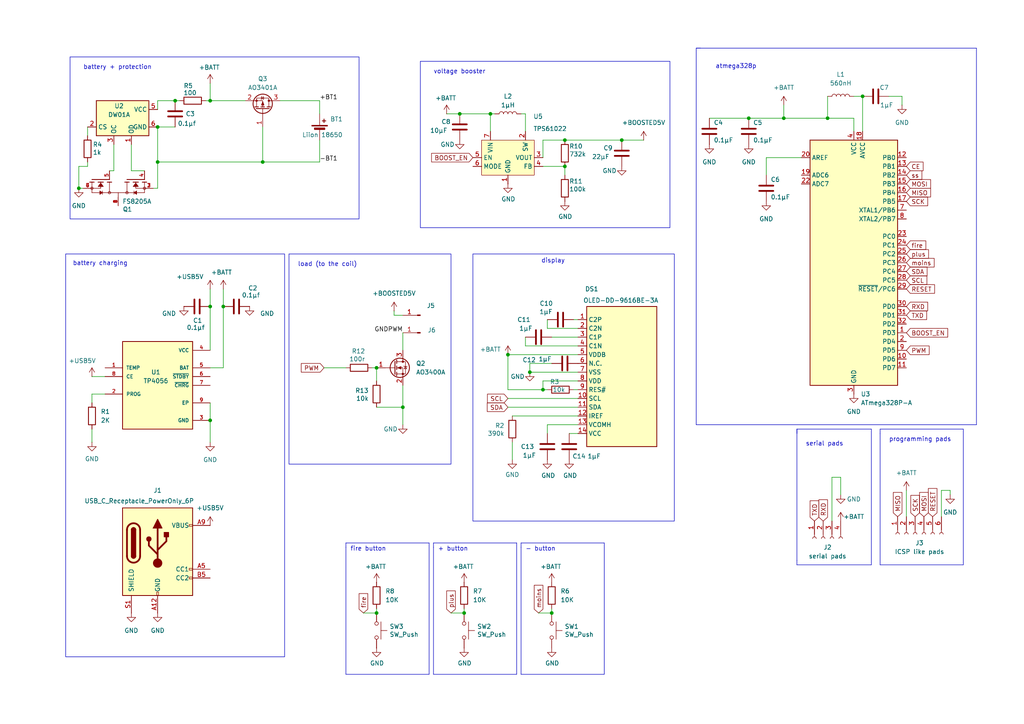
<source format=kicad_sch>
(kicad_sch
	(version 20231120)
	(generator "eeschema")
	(generator_version "8.0")
	(uuid "e79128ee-212b-4442-a43f-c163c43b8a09")
	(paper "A4")
	(title_block
		(title "VBox")
		(date "2024-12-24")
		(rev "0.1")
	)
	
	(junction
		(at 180.34 40.64)
		(diameter 0)
		(color 0 0 0 0)
		(uuid "0dc5ae22-7e67-4120-9f6e-a0e265feab63")
	)
	(junction
		(at 240.03 34.29)
		(diameter 0)
		(color 0 0 0 0)
		(uuid "15821422-e197-4bd4-b361-f0150207c9bb")
	)
	(junction
		(at 160.02 177.8)
		(diameter 0)
		(color 0 0 0 0)
		(uuid "18089797-9ba5-41f3-b4dd-22d805fc1bda")
	)
	(junction
		(at 109.22 177.8)
		(diameter 0)
		(color 0 0 0 0)
		(uuid "1cad8433-b5bd-4d9e-9e8a-7abf3e5a97e8")
	)
	(junction
		(at 134.62 177.8)
		(diameter 0)
		(color 0 0 0 0)
		(uuid "2da2010b-fbe0-4ab2-a32a-f05116a772a0")
	)
	(junction
		(at 163.83 48.26)
		(diameter 0)
		(color 0 0 0 0)
		(uuid "2f2a38f0-9a2c-40ee-9f91-325ece032515")
	)
	(junction
		(at 227.33 34.29)
		(diameter 0)
		(color 0 0 0 0)
		(uuid "33e8917f-22ab-4661-8d7f-650ba674fc23")
	)
	(junction
		(at 45.72 36.83)
		(diameter 0)
		(color 0 0 0 0)
		(uuid "40f166c1-6a8b-4ecc-8b51-eb5486a28fec")
	)
	(junction
		(at 157.48 113.03)
		(diameter 0)
		(color 0 0 0 0)
		(uuid "4217b900-d535-4734-a2ac-7b93230d661f")
	)
	(junction
		(at 163.83 40.64)
		(diameter 0)
		(color 0 0 0 0)
		(uuid "4e39a01e-112a-4b12-a345-0efbd1d14871")
	)
	(junction
		(at 147.32 102.87)
		(diameter 0)
		(color 0 0 0 0)
		(uuid "5e612b7d-95fe-4bd7-949f-a70b8fc4404d")
	)
	(junction
		(at 217.17 34.29)
		(diameter 0)
		(color 0 0 0 0)
		(uuid "5f6c49e7-ba2c-4108-b34b-e786a003c08f")
	)
	(junction
		(at 250.19 27.94)
		(diameter 0)
		(color 0 0 0 0)
		(uuid "7b142b6f-ce05-4807-bf86-6ae273939d8e")
	)
	(junction
		(at 64.77 88.9)
		(diameter 0)
		(color 0 0 0 0)
		(uuid "80c1698f-6d2f-4b1b-b8b2-9606e939d89f")
	)
	(junction
		(at 133.35 33.02)
		(diameter 0)
		(color 0 0 0 0)
		(uuid "8b5fb09f-0e0b-4e96-941c-4bab801f13bb")
	)
	(junction
		(at 116.84 118.11)
		(diameter 0)
		(color 0 0 0 0)
		(uuid "92c37d96-620b-449d-8890-cb47690b252b")
	)
	(junction
		(at 153.67 107.95)
		(diameter 0)
		(color 0 0 0 0)
		(uuid "9dd5d14b-36b0-4a2b-ad26-b1f91462cdbc")
	)
	(junction
		(at 22.86 54.61)
		(diameter 0)
		(color 0 0 0 0)
		(uuid "a34ece46-2b51-48f3-a371-3d05e13266c7")
	)
	(junction
		(at 60.96 88.9)
		(diameter 0)
		(color 0 0 0 0)
		(uuid "b44652fc-3e4f-4b29-bdce-61c6821919a5")
	)
	(junction
		(at 76.2 46.99)
		(diameter 0)
		(color 0 0 0 0)
		(uuid "c157e39a-ad68-439a-9093-a16128fa68ca")
	)
	(junction
		(at 50.8 29.21)
		(diameter 0)
		(color 0 0 0 0)
		(uuid "cc57f43e-bb39-44af-a9a0-88db0b9dc470")
	)
	(junction
		(at 45.72 46.99)
		(diameter 0)
		(color 0 0 0 0)
		(uuid "d394c192-c090-4cb0-8ff1-b6f13af8499d")
	)
	(junction
		(at 109.22 106.68)
		(diameter 0)
		(color 0 0 0 0)
		(uuid "d7994551-a46f-4565-8d26-2c29164c3b9a")
	)
	(junction
		(at 142.24 33.02)
		(diameter 0)
		(color 0 0 0 0)
		(uuid "dcc9532d-b0ef-4650-b2cd-5a3965bfb898")
	)
	(junction
		(at 60.96 121.92)
		(diameter 0)
		(color 0 0 0 0)
		(uuid "eff7a68a-7026-48de-bc34-3329900a0206")
	)
	(junction
		(at 60.96 29.21)
		(diameter 0)
		(color 0 0 0 0)
		(uuid "fd303f27-1f51-4c62-947e-2c22d346bc82")
	)
	(wire
		(pts
			(xy 217.17 34.29) (xy 227.33 34.29)
		)
		(stroke
			(width 0)
			(type default)
		)
		(uuid "0200448f-bfe2-4ef0-b8e4-9742f5ded03d")
	)
	(wire
		(pts
			(xy 157.48 110.49) (xy 157.48 113.03)
		)
		(stroke
			(width 0)
			(type default)
		)
		(uuid "059d077b-37cf-42c5-ab1f-07845c2262af")
	)
	(wire
		(pts
			(xy 25.4 46.99) (xy 25.4 48.26)
		)
		(stroke
			(width 0)
			(type default)
		)
		(uuid "0746fb1a-8712-47ff-b3f8-79ee6c6a3485")
	)
	(wire
		(pts
			(xy 109.22 118.11) (xy 116.84 118.11)
		)
		(stroke
			(width 0)
			(type default)
		)
		(uuid "096b2929-38d0-437b-9b1b-65fe8d2fbe40")
	)
	(wire
		(pts
			(xy 166.37 113.03) (xy 167.64 113.03)
		)
		(stroke
			(width 0)
			(type default)
		)
		(uuid "09f80b0d-7df1-4211-a7d3-bc19f8ca477b")
	)
	(wire
		(pts
			(xy 60.96 106.68) (xy 64.77 106.68)
		)
		(stroke
			(width 0)
			(type default)
		)
		(uuid "0d2565ff-dbd2-4fee-a2fc-1af442afa4c4")
	)
	(wire
		(pts
			(xy 160.02 105.41) (xy 153.67 105.41)
		)
		(stroke
			(width 0)
			(type default)
		)
		(uuid "11377225-1192-4577-a11a-9ca23dce9978")
	)
	(polyline
		(pts
			(xy 100.33 195.58) (xy 124.46 195.58)
		)
		(stroke
			(width 0)
			(type default)
		)
		(uuid "12350b7e-ef8f-41c7-a438-282a2176270e")
	)
	(wire
		(pts
			(xy 160.02 177.8) (xy 160.02 176.53)
		)
		(stroke
			(width 0)
			(type default)
		)
		(uuid "12fd672e-f86f-4f97-a9e8-f67e0b41ee28")
	)
	(wire
		(pts
			(xy 163.83 40.64) (xy 180.34 40.64)
		)
		(stroke
			(width 0)
			(type default)
		)
		(uuid "13e4932e-873f-4478-9587-edc3ed9fb69c")
	)
	(polyline
		(pts
			(xy 231.14 163.83) (xy 252.73 163.83)
		)
		(stroke
			(width 0)
			(type default)
		)
		(uuid "155efccc-bc2f-4e69-a90d-14efdf2d93df")
	)
	(wire
		(pts
			(xy 167.64 95.25) (xy 158.75 95.25)
		)
		(stroke
			(width 0)
			(type default)
		)
		(uuid "1583726e-8ef6-4253-88c6-6869fabf56c8")
	)
	(wire
		(pts
			(xy 142.24 33.02) (xy 143.51 33.02)
		)
		(stroke
			(width 0)
			(type default)
		)
		(uuid "1c01d52e-7266-4937-aff7-c71ade0c2b67")
	)
	(polyline
		(pts
			(xy 124.46 157.48) (xy 100.33 157.48)
		)
		(stroke
			(width 0)
			(type default)
		)
		(uuid "1d81c92b-14bf-445c-b483-aff13e70184d")
	)
	(wire
		(pts
			(xy 261.62 27.94) (xy 261.62 30.48)
		)
		(stroke
			(width 0)
			(type default)
		)
		(uuid "23e6d8d7-b061-4cbc-96ff-c533e5ee5e44")
	)
	(polyline
		(pts
			(xy 231.14 125.73) (xy 231.14 124.46)
		)
		(stroke
			(width 0)
			(type default)
		)
		(uuid "24af53c3-1dc5-48bc-9f67-aaa625bf5b78")
	)
	(polyline
		(pts
			(xy 175.26 195.58) (xy 175.26 157.48)
		)
		(stroke
			(width 0)
			(type default)
		)
		(uuid "25c13cc5-ebd6-4bff-8bbc-492b02906441")
	)
	(wire
		(pts
			(xy 257.81 27.94) (xy 261.62 27.94)
		)
		(stroke
			(width 0)
			(type default)
		)
		(uuid "25ca5e6c-29e0-4672-86f9-f52d09a9a91c")
	)
	(wire
		(pts
			(xy 247.65 34.29) (xy 247.65 38.1)
		)
		(stroke
			(width 0)
			(type default)
		)
		(uuid "2898c4b1-b946-4973-a49f-040ff31f0524")
	)
	(polyline
		(pts
			(xy 149.86 195.58) (xy 149.86 157.48)
		)
		(stroke
			(width 0)
			(type default)
		)
		(uuid "2a366425-f2ea-4b8e-bc6d-a62d5ef05778")
	)
	(wire
		(pts
			(xy 157.48 40.64) (xy 163.83 40.64)
		)
		(stroke
			(width 0)
			(type default)
		)
		(uuid "2c034e51-f1af-476e-8dd0-d969344c4ad9")
	)
	(wire
		(pts
			(xy 167.64 97.79) (xy 160.02 97.79)
		)
		(stroke
			(width 0)
			(type default)
		)
		(uuid "2cb62b69-e6a5-4953-9d3c-aa3a075cb925")
	)
	(wire
		(pts
			(xy 45.72 46.99) (xy 76.2 46.99)
		)
		(stroke
			(width 0)
			(type default)
		)
		(uuid "2cdcaef8-d603-4b28-870f-6290558e9f60")
	)
	(wire
		(pts
			(xy 157.48 45.72) (xy 157.48 40.64)
		)
		(stroke
			(width 0)
			(type default)
		)
		(uuid "2cf55bf0-b39e-4d1a-867a-a052ec5a0d52")
	)
	(wire
		(pts
			(xy 38.1 41.91) (xy 38.1 49.53)
		)
		(stroke
			(width 0)
			(type default)
		)
		(uuid "2e3d4023-7418-43d3-9133-cf755d25a37d")
	)
	(wire
		(pts
			(xy 107.95 106.68) (xy 109.22 106.68)
		)
		(stroke
			(width 0)
			(type default)
		)
		(uuid "3101b2af-59be-45ae-9c15-4e73eccaa0c1")
	)
	(wire
		(pts
			(xy 147.32 115.57) (xy 167.64 115.57)
		)
		(stroke
			(width 0)
			(type default)
		)
		(uuid "311cf34a-d8df-4511-ae46-4d42f6c85240")
	)
	(wire
		(pts
			(xy 22.86 54.61) (xy 24.13 54.61)
		)
		(stroke
			(width 0)
			(type default)
		)
		(uuid "3167ec46-f722-4478-ac05-e998364cd6d0")
	)
	(wire
		(pts
			(xy 71.12 29.21) (xy 60.96 29.21)
		)
		(stroke
			(width 0)
			(type default)
		)
		(uuid "3522f34c-6487-49bf-ac51-7323b17345b2")
	)
	(wire
		(pts
			(xy 60.96 121.92) (xy 60.96 128.27)
		)
		(stroke
			(width 0)
			(type default)
		)
		(uuid "36dca280-04b1-4c51-b4b7-6d77284dadcd")
	)
	(wire
		(pts
			(xy 44.45 54.61) (xy 45.72 54.61)
		)
		(stroke
			(width 0)
			(type default)
		)
		(uuid "391027ba-8856-443e-9d95-57a090209cf3")
	)
	(wire
		(pts
			(xy 33.02 41.91) (xy 33.02 49.53)
		)
		(stroke
			(width 0)
			(type default)
		)
		(uuid "3af4de8c-6483-40d2-aeff-fe3d87599550")
	)
	(polyline
		(pts
			(xy 175.26 157.48) (xy 151.13 157.48)
		)
		(stroke
			(width 0)
			(type default)
		)
		(uuid "3e547839-a9c1-408b-8160-2d8f79ca76de")
	)
	(wire
		(pts
			(xy 232.41 45.72) (xy 222.25 45.72)
		)
		(stroke
			(width 0)
			(type default)
		)
		(uuid "3f64501e-588d-4e01-b1b3-55230877122a")
	)
	(wire
		(pts
			(xy 240.03 27.94) (xy 240.03 34.29)
		)
		(stroke
			(width 0)
			(type default)
		)
		(uuid "40e9b743-436d-4d87-b31b-b2e561b80ad3")
	)
	(polyline
		(pts
			(xy 255.27 125.73) (xy 255.27 163.83)
		)
		(stroke
			(width 0)
			(type default)
		)
		(uuid "411f4aca-4c95-48bb-9a76-717b2f8a9260")
	)
	(wire
		(pts
			(xy 241.3 138.43) (xy 241.3 151.13)
		)
		(stroke
			(width 0)
			(type default)
		)
		(uuid "424e1c7b-921f-474a-9dd4-f4ae2f2c5fb1")
	)
	(polyline
		(pts
			(xy 283.21 123.19) (xy 283.21 13.97)
		)
		(stroke
			(width 0)
			(type default)
		)
		(uuid "45c954d0-e2a6-4d43-905a-54951991527e")
	)
	(wire
		(pts
			(xy 116.84 96.52) (xy 116.84 101.6)
		)
		(stroke
			(width 0)
			(type default)
		)
		(uuid "495e1c52-16e6-4bc6-8a63-bb1c33380fe1")
	)
	(wire
		(pts
			(xy 76.2 46.99) (xy 92.71 46.99)
		)
		(stroke
			(width 0)
			(type default)
		)
		(uuid "4a8766ae-4928-435e-b110-8211e1648e7f")
	)
	(wire
		(pts
			(xy 166.37 92.71) (xy 167.64 92.71)
		)
		(stroke
			(width 0)
			(type default)
		)
		(uuid "4b0c2310-69ce-4f33-ba09-74e5d47845f2")
	)
	(wire
		(pts
			(xy 45.72 31.75) (xy 45.72 29.21)
		)
		(stroke
			(width 0)
			(type default)
		)
		(uuid "4b9104fc-d6d0-4d02-bf45-2760e05a9936")
	)
	(wire
		(pts
			(xy 45.72 29.21) (xy 50.8 29.21)
		)
		(stroke
			(width 0)
			(type default)
		)
		(uuid "507581eb-367b-44b3-a5cb-cbf17268a41b")
	)
	(polyline
		(pts
			(xy 279.4 124.46) (xy 255.27 124.46)
		)
		(stroke
			(width 0)
			(type default)
		)
		(uuid "511c05bb-5a67-4ff8-85dc-9a31a77cde9b")
	)
	(wire
		(pts
			(xy 93.98 106.68) (xy 100.33 106.68)
		)
		(stroke
			(width 0)
			(type default)
		)
		(uuid "595a1b64-1d74-4acc-8a14-7a0b72b91cef")
	)
	(wire
		(pts
			(xy 152.4 97.79) (xy 152.4 100.33)
		)
		(stroke
			(width 0)
			(type default)
		)
		(uuid "5a068dd7-1cff-4346-9101-649bb2162239")
	)
	(wire
		(pts
			(xy 45.72 36.83) (xy 50.8 36.83)
		)
		(stroke
			(width 0)
			(type default)
		)
		(uuid "5a96c07f-c099-4d57-ab78-8108721f3b21")
	)
	(wire
		(pts
			(xy 60.96 29.21) (xy 60.96 24.13)
		)
		(stroke
			(width 0)
			(type default)
		)
		(uuid "5abe0e43-0321-4927-a464-6e61efe86853")
	)
	(wire
		(pts
			(xy 157.48 48.26) (xy 163.83 48.26)
		)
		(stroke
			(width 0)
			(type default)
		)
		(uuid "5adb3eb4-b2ef-46f7-92f8-bfa41cf9789a")
	)
	(wire
		(pts
			(xy 26.67 114.3) (xy 26.67 116.84)
		)
		(stroke
			(width 0)
			(type default)
		)
		(uuid "5c0b93d7-54ae-42a1-b7b0-9cfef1925c8a")
	)
	(wire
		(pts
			(xy 45.72 36.83) (xy 45.72 46.99)
		)
		(stroke
			(width 0)
			(type default)
		)
		(uuid "61def6f6-ddfe-460e-ba08-30ae2262006d")
	)
	(wire
		(pts
			(xy 262.89 142.24) (xy 262.89 149.86)
		)
		(stroke
			(width 0)
			(type default)
		)
		(uuid "62c0d760-160b-44b0-a21d-099c041a71be")
	)
	(wire
		(pts
			(xy 25.4 48.26) (xy 22.86 48.26)
		)
		(stroke
			(width 0)
			(type default)
		)
		(uuid "6823a712-7d62-4652-a910-4ecb18fe1b6f")
	)
	(wire
		(pts
			(xy 59.69 29.21) (xy 60.96 29.21)
		)
		(stroke
			(width 0)
			(type default)
		)
		(uuid "69e8bee0-0ae5-4716-91d3-dc7ff4b23f8a")
	)
	(wire
		(pts
			(xy 92.71 33.02) (xy 92.71 29.21)
		)
		(stroke
			(width 0)
			(type default)
		)
		(uuid "6b39adab-86a5-4f34-8b36-3aa4ca9c2636")
	)
	(wire
		(pts
			(xy 240.03 34.29) (xy 247.65 34.29)
		)
		(stroke
			(width 0)
			(type default)
		)
		(uuid "6c5d27ab-11f1-4f54-b3ff-0334d9bea96f")
	)
	(wire
		(pts
			(xy 227.33 34.29) (xy 240.03 34.29)
		)
		(stroke
			(width 0)
			(type default)
		)
		(uuid "6e8f0f68-7308-4a7e-bd1e-b638f9405786")
	)
	(polyline
		(pts
			(xy 100.33 157.48) (xy 100.33 158.75)
		)
		(stroke
			(width 0)
			(type default)
		)
		(uuid "800fcaae-f687-488a-9703-ca8c2e6bd685")
	)
	(wire
		(pts
			(xy 148.59 120.65) (xy 167.64 120.65)
		)
		(stroke
			(width 0)
			(type default)
		)
		(uuid "803ede38-9d19-4360-9da4-305d1900f3ca")
	)
	(wire
		(pts
			(xy 167.64 102.87) (xy 147.32 102.87)
		)
		(stroke
			(width 0)
			(type default)
		)
		(uuid "85b4d837-ede9-41a2-8b6b-be843669f01d")
	)
	(polyline
		(pts
			(xy 125.73 195.58) (xy 149.86 195.58)
		)
		(stroke
			(width 0)
			(type default)
		)
		(uuid "863239a2-05cc-43f6-9f45-20d1b8f2d283")
	)
	(wire
		(pts
			(xy 147.32 102.87) (xy 147.32 113.03)
		)
		(stroke
			(width 0)
			(type default)
		)
		(uuid "870b3c73-176b-4954-99bf-e4a3f4d86f5b")
	)
	(wire
		(pts
			(xy 109.22 106.68) (xy 109.22 110.49)
		)
		(stroke
			(width 0)
			(type default)
		)
		(uuid "8a13725d-8c10-4b65-bab7-aa5dc4d5c93a")
	)
	(polyline
		(pts
			(xy 149.86 157.48) (xy 125.73 157.48)
		)
		(stroke
			(width 0)
			(type default)
		)
		(uuid "8a631b78-1f77-4626-bd0a-6626cb021225")
	)
	(wire
		(pts
			(xy 142.24 33.02) (xy 142.24 38.1)
		)
		(stroke
			(width 0)
			(type default)
		)
		(uuid "8b61020e-e1a6-4156-aed8-1f68d508c328")
	)
	(polyline
		(pts
			(xy 151.13 195.58) (xy 175.26 195.58)
		)
		(stroke
			(width 0)
			(type default)
		)
		(uuid "8d9b5a85-d982-43e4-a1ab-82a00b8238ff")
	)
	(wire
		(pts
			(xy 156.21 177.8) (xy 160.02 177.8)
		)
		(stroke
			(width 0)
			(type default)
		)
		(uuid "90b1765e-5524-452d-959c-1997c614fda6")
	)
	(wire
		(pts
			(xy 116.84 123.19) (xy 116.84 118.11)
		)
		(stroke
			(width 0)
			(type default)
		)
		(uuid "90da4bdb-8f7f-40b7-940a-0f67ad86160c")
	)
	(wire
		(pts
			(xy 241.3 138.43) (xy 243.84 138.43)
		)
		(stroke
			(width 0)
			(type default)
		)
		(uuid "914fe708-b5eb-4b11-a470-de7f4e34fdcb")
	)
	(wire
		(pts
			(xy 116.84 118.11) (xy 116.84 111.76)
		)
		(stroke
			(width 0)
			(type default)
		)
		(uuid "915b42b7-8a7a-487d-8ac2-da73c896d52f")
	)
	(wire
		(pts
			(xy 158.75 95.25) (xy 158.75 92.71)
		)
		(stroke
			(width 0)
			(type default)
		)
		(uuid "919ce4dd-0292-41c6-9d22-55c2c409f123")
	)
	(wire
		(pts
			(xy 250.19 27.94) (xy 247.65 27.94)
		)
		(stroke
			(width 0)
			(type default)
		)
		(uuid "9364d56f-c5be-4860-8ffc-0831fbe03cbf")
	)
	(polyline
		(pts
			(xy 283.21 13.97) (xy 201.93 13.97)
		)
		(stroke
			(width 0)
			(type default)
		)
		(uuid "944feeed-ba8c-42ae-aed8-525f64756468")
	)
	(wire
		(pts
			(xy 250.19 38.1) (xy 250.19 27.94)
		)
		(stroke
			(width 0)
			(type default)
		)
		(uuid "9587f155-86a6-4488-a323-c37d1f7db3ad")
	)
	(polyline
		(pts
			(xy 151.13 157.48) (xy 151.13 158.75)
		)
		(stroke
			(width 0)
			(type default)
		)
		(uuid "98424fc0-8205-4607-9bfc-083783326b9e")
	)
	(wire
		(pts
			(xy 134.62 177.8) (xy 134.62 176.53)
		)
		(stroke
			(width 0)
			(type default)
		)
		(uuid "9a3fd8b7-61fe-4002-b7e0-c1a9ac06f228")
	)
	(polyline
		(pts
			(xy 124.46 195.58) (xy 124.46 157.48)
		)
		(stroke
			(width 0)
			(type default)
		)
		(uuid "9a501a10-12b6-437f-b66f-747378a73216")
	)
	(wire
		(pts
			(xy 60.96 83.82) (xy 60.96 88.9)
		)
		(stroke
			(width 0)
			(type default)
		)
		(uuid "9e310c8a-0642-4073-aa6d-813d716cd45b")
	)
	(wire
		(pts
			(xy 152.4 38.1) (xy 152.4 33.02)
		)
		(stroke
			(width 0)
			(type default)
		)
		(uuid "9f6a8c65-318a-4bdb-b9af-fd742009a117")
	)
	(wire
		(pts
			(xy 109.22 177.8) (xy 109.22 176.53)
		)
		(stroke
			(width 0)
			(type default)
		)
		(uuid "9f7a48ef-6c1f-4994-9fcc-1503e766ed41")
	)
	(wire
		(pts
			(xy 33.02 49.53) (xy 31.75 49.53)
		)
		(stroke
			(width 0)
			(type default)
		)
		(uuid "a20b69e8-d433-475d-a812-0cd1482305f5")
	)
	(polyline
		(pts
			(xy 125.73 158.75) (xy 125.73 195.58)
		)
		(stroke
			(width 0)
			(type default)
		)
		(uuid "a5375569-5406-4df3-ae2f-20b84d3474dd")
	)
	(wire
		(pts
			(xy 64.77 88.9) (xy 64.77 106.68)
		)
		(stroke
			(width 0)
			(type default)
		)
		(uuid "a5d8fdb4-b334-4d4b-a29c-9421c3c8111c")
	)
	(wire
		(pts
			(xy 153.67 105.41) (xy 153.67 107.95)
		)
		(stroke
			(width 0)
			(type default)
		)
		(uuid "a6e28197-eacd-4f41-8242-aa9aafc2e4c4")
	)
	(wire
		(pts
			(xy 158.75 123.19) (xy 158.75 125.73)
		)
		(stroke
			(width 0)
			(type default)
		)
		(uuid "a6e5a03c-0a59-4a4f-bb74-a797aa0e3866")
	)
	(wire
		(pts
			(xy 76.2 36.83) (xy 76.2 46.99)
		)
		(stroke
			(width 0)
			(type default)
		)
		(uuid "a8dac2c3-f7c9-4861-a13a-663e95da4948")
	)
	(wire
		(pts
			(xy 167.64 123.19) (xy 158.75 123.19)
		)
		(stroke
			(width 0)
			(type default)
		)
		(uuid "ace68dec-040e-43dc-94c1-61b7348cadaa")
	)
	(polyline
		(pts
			(xy 255.27 124.46) (xy 255.27 125.73)
		)
		(stroke
			(width 0)
			(type default)
		)
		(uuid "acf1f5be-4666-4b26-869e-0e013bcb51ca")
	)
	(wire
		(pts
			(xy 105.41 177.8) (xy 109.22 177.8)
		)
		(stroke
			(width 0)
			(type default)
		)
		(uuid "ad769812-556c-44fd-b6b7-a469939cf3d1")
	)
	(wire
		(pts
			(xy 273.05 142.24) (xy 275.59 142.24)
		)
		(stroke
			(width 0)
			(type default)
		)
		(uuid "b00e34a9-0740-48bb-b58c-de9e0ed32b07")
	)
	(wire
		(pts
			(xy 92.71 40.64) (xy 92.71 46.99)
		)
		(stroke
			(width 0)
			(type default)
		)
		(uuid "b0d7e412-a508-4273-a8e5-b1bc2dccf00a")
	)
	(polyline
		(pts
			(xy 252.73 163.83) (xy 252.73 124.46)
		)
		(stroke
			(width 0)
			(type default)
		)
		(uuid "b1e5f9e5-7bae-4eee-a5c6-913a23725093")
	)
	(wire
		(pts
			(xy 273.05 142.24) (xy 273.05 149.86)
		)
		(stroke
			(width 0)
			(type default)
		)
		(uuid "b2cd60e4-0367-4f76-a58a-89bda606426b")
	)
	(wire
		(pts
			(xy 152.4 100.33) (xy 167.64 100.33)
		)
		(stroke
			(width 0)
			(type default)
		)
		(uuid "b352bac4-bfcc-43f9-ac95-46eb71868093")
	)
	(wire
		(pts
			(xy 60.96 88.9) (xy 60.96 101.6)
		)
		(stroke
			(width 0)
			(type default)
		)
		(uuid "b4aa2b5e-516c-4112-9b80-7f5489e9b3bf")
	)
	(wire
		(pts
			(xy 114.3 90.17) (xy 114.3 91.44)
		)
		(stroke
			(width 0)
			(type default)
		)
		(uuid "b5d8cf59-f837-4ba0-b956-f49ab679e049")
	)
	(wire
		(pts
			(xy 147.32 113.03) (xy 157.48 113.03)
		)
		(stroke
			(width 0)
			(type default)
		)
		(uuid "b7671b70-5193-4e82-ab2f-4a141b9d6c57")
	)
	(wire
		(pts
			(xy 26.67 124.46) (xy 26.67 128.27)
		)
		(stroke
			(width 0)
			(type default)
		)
		(uuid "b879f85c-02af-4363-8688-cff5a875a864")
	)
	(polyline
		(pts
			(xy 201.93 123.19) (xy 283.21 123.19)
		)
		(stroke
			(width 0)
			(type default)
		)
		(uuid "b9367769-d30f-4482-8dc9-e26e78be2778")
	)
	(wire
		(pts
			(xy 22.86 48.26) (xy 22.86 54.61)
		)
		(stroke
			(width 0)
			(type default)
		)
		(uuid "b9803d74-78d2-4049-935e-89bd068d78b8")
	)
	(polyline
		(pts
			(xy 231.14 124.46) (xy 231.14 162.56)
		)
		(stroke
			(width 0)
			(type default)
		)
		(uuid "b9c4014f-a92b-4056-9079-a0546028cf45")
	)
	(wire
		(pts
			(xy 205.74 34.29) (xy 217.17 34.29)
		)
		(stroke
			(width 0)
			(type default)
		)
		(uuid "baa90bfa-2f63-43ff-9b2c-8959dc1c4dec")
	)
	(polyline
		(pts
			(xy 125.73 157.48) (xy 125.73 158.75)
		)
		(stroke
			(width 0)
			(type default)
		)
		(uuid "bb132e15-3950-4db9-a0c2-c295702b962b")
	)
	(wire
		(pts
			(xy 180.34 40.64) (xy 186.69 40.64)
		)
		(stroke
			(width 0)
			(type default)
		)
		(uuid "bbff4e7a-f56b-4542-a514-183058c05d62")
	)
	(wire
		(pts
			(xy 25.4 36.83) (xy 25.4 39.37)
		)
		(stroke
			(width 0)
			(type default)
		)
		(uuid "bc36a65e-af7f-4f86-971a-fced82fcc346")
	)
	(wire
		(pts
			(xy 64.77 83.82) (xy 64.77 88.9)
		)
		(stroke
			(width 0)
			(type default)
		)
		(uuid "c0a58d72-19b2-4a3a-ae66-234ce5d65b39")
	)
	(wire
		(pts
			(xy 147.32 118.11) (xy 167.64 118.11)
		)
		(stroke
			(width 0)
			(type default)
		)
		(uuid "c3a93bbf-8b41-42ed-98ee-826ff1af8c11")
	)
	(wire
		(pts
			(xy 227.33 30.48) (xy 227.33 34.29)
		)
		(stroke
			(width 0)
			(type default)
		)
		(uuid "c3f37a05-50ed-4328-bb02-16534c3106f3")
	)
	(wire
		(pts
			(xy 148.59 133.35) (xy 148.59 128.27)
		)
		(stroke
			(width 0)
			(type default)
		)
		(uuid "c47013ba-a793-4ac5-ba01-97f694620218")
	)
	(wire
		(pts
			(xy 45.72 46.99) (xy 45.72 54.61)
		)
		(stroke
			(width 0)
			(type default)
		)
		(uuid "c60e6008-802e-46ee-bf71-263d617c4326")
	)
	(wire
		(pts
			(xy 130.81 177.8) (xy 134.62 177.8)
		)
		(stroke
			(width 0)
			(type default)
		)
		(uuid "c685704e-3c4c-40d5-b39a-57a2052ad9ea")
	)
	(wire
		(pts
			(xy 165.1 125.73) (xy 167.64 125.73)
		)
		(stroke
			(width 0)
			(type default)
		)
		(uuid "c88b8da0-884f-4780-aed2-e03e9939932f")
	)
	(wire
		(pts
			(xy 157.48 113.03) (xy 158.75 113.03)
		)
		(stroke
			(width 0)
			(type default)
		)
		(uuid "c971b6cb-a311-4ddb-a3b1-6cbd1e89d0e2")
	)
	(wire
		(pts
			(xy 243.84 138.43) (xy 243.84 143.51)
		)
		(stroke
			(width 0)
			(type default)
		)
		(uuid "cf269dfc-b934-410a-86b5-cf76953fed13")
	)
	(wire
		(pts
			(xy 30.48 114.3) (xy 26.67 114.3)
		)
		(stroke
			(width 0)
			(type default)
		)
		(uuid "d15a4deb-d980-4d86-9ec0-5bae7744c017")
	)
	(wire
		(pts
			(xy 129.54 33.02) (xy 133.35 33.02)
		)
		(stroke
			(width 0)
			(type default)
		)
		(uuid "d1a907b3-5811-4996-ad0f-d9ce4c77f16e")
	)
	(polyline
		(pts
			(xy 231.14 162.56) (xy 231.14 163.83)
		)
		(stroke
			(width 0)
			(type default)
		)
		(uuid "d36bb747-eaf4-4aba-857b-e6181f6a24d5")
	)
	(wire
		(pts
			(xy 152.4 33.02) (xy 151.13 33.02)
		)
		(stroke
			(width 0)
			(type default)
		)
		(uuid "d686b5ce-3650-4b5b-8f9d-f75125b89c07")
	)
	(polyline
		(pts
			(xy 252.73 124.46) (xy 231.14 124.46)
		)
		(stroke
			(width 0)
			(type default)
		)
		(uuid "d68e54a4-3fae-440e-a27e-de6635bc1259")
	)
	(wire
		(pts
			(xy 50.8 29.21) (xy 52.07 29.21)
		)
		(stroke
			(width 0)
			(type default)
		)
		(uuid "d8a0b507-701b-4230-a1af-86a1849847bd")
	)
	(polyline
		(pts
			(xy 279.4 163.83) (xy 279.4 124.46)
		)
		(stroke
			(width 0)
			(type default)
		)
		(uuid "d8a1ce83-6b69-46ba-b328-90c0d90716ae")
	)
	(wire
		(pts
			(xy 275.59 142.24) (xy 275.59 143.51)
		)
		(stroke
			(width 0)
			(type default)
		)
		(uuid "d9861edb-c71d-464f-8e04-2b1d2f977e8c")
	)
	(wire
		(pts
			(xy 92.71 29.21) (xy 81.28 29.21)
		)
		(stroke
			(width 0)
			(type default)
		)
		(uuid "dc76ba07-1e40-4b64-8e01-72ce0a5a3d47")
	)
	(wire
		(pts
			(xy 153.67 107.95) (xy 167.64 107.95)
		)
		(stroke
			(width 0)
			(type default)
		)
		(uuid "deff7a0c-f4d1-40b3-993a-6a01680c5bfa")
	)
	(polyline
		(pts
			(xy 100.33 158.75) (xy 100.33 195.58)
		)
		(stroke
			(width 0)
			(type default)
		)
		(uuid "e1db05f4-8fb1-4c4e-982f-f11f81cc7128")
	)
	(polyline
		(pts
			(xy 201.93 13.97) (xy 201.93 123.19)
		)
		(stroke
			(width 0)
			(type default)
		)
		(uuid "e35ca5e1-8659-42ff-a65e-e71e65ddcb2d")
	)
	(wire
		(pts
			(xy 26.67 109.22) (xy 30.48 109.22)
		)
		(stroke
			(width 0)
			(type default)
		)
		(uuid "e76b283b-92d8-4bb7-9561-91d7a5027793")
	)
	(wire
		(pts
			(xy 133.35 33.02) (xy 142.24 33.02)
		)
		(stroke
			(width 0)
			(type default)
		)
		(uuid "e8ccfd51-86c8-4a1c-a0f7-5beef73fa129")
	)
	(wire
		(pts
			(xy 38.1 49.53) (xy 41.91 49.53)
		)
		(stroke
			(width 0)
			(type default)
		)
		(uuid "eb645478-4301-4d23-bf30-33dc61cb4440")
	)
	(wire
		(pts
			(xy 222.25 45.72) (xy 222.25 50.8)
		)
		(stroke
			(width 0)
			(type default)
		)
		(uuid "ec00d9f8-59b8-4da1-af5a-d25367b1f8e2")
	)
	(wire
		(pts
			(xy 60.96 116.84) (xy 60.96 121.92)
		)
		(stroke
			(width 0)
			(type default)
		)
		(uuid "ee394567-dcc0-4a72-a255-8a0582506be4")
	)
	(polyline
		(pts
			(xy 201.93 13.97) (xy 203.2 13.97)
		)
		(stroke
			(width 0)
			(type default)
		)
		(uuid "f095d582-ccff-489c-80a4-829b1bd8619c")
	)
	(wire
		(pts
			(xy 114.3 91.44) (xy 116.84 91.44)
		)
		(stroke
			(width 0)
			(type default)
		)
		(uuid "f1a10468-5f8e-48a8-b681-c140600935e4")
	)
	(polyline
		(pts
			(xy 151.13 158.75) (xy 151.13 195.58)
		)
		(stroke
			(width 0)
			(type default)
		)
		(uuid "f5b4159a-0f8b-4f5c-a674-8530deea6812")
	)
	(wire
		(pts
			(xy 167.64 110.49) (xy 157.48 110.49)
		)
		(stroke
			(width 0)
			(type default)
		)
		(uuid "f8d20ee8-1fa4-4ea6-b52e-f0be6681828a")
	)
	(wire
		(pts
			(xy 163.83 48.26) (xy 163.83 50.8)
		)
		(stroke
			(width 0)
			(type default)
		)
		(uuid "fb2ad3da-6e0d-4c1a-bdbe-a0dec5b9291c")
	)
	(polyline
		(pts
			(xy 255.27 163.83) (xy 279.4 163.83)
		)
		(stroke
			(width 0)
			(type default)
		)
		(uuid "fe72f79c-933c-4578-90b4-4014f626cad6")
	)
	(rectangle
		(start 20.32 16.51)
		(end 104.14 63.5)
		(stroke
			(width 0)
			(type default)
		)
		(fill
			(type none)
		)
		(uuid 53c2afa1-91f1-4b46-a877-1e1e08a290e9)
	)
	(rectangle
		(start 83.82 73.66)
		(end 130.81 134.62)
		(stroke
			(width 0)
			(type default)
		)
		(fill
			(type none)
		)
		(uuid b1c6f49d-6b55-4992-a06b-1704d10e6b87)
	)
	(rectangle
		(start 121.92 17.78)
		(end 194.31 66.04)
		(stroke
			(width 0)
			(type default)
		)
		(fill
			(type none)
		)
		(uuid c2c8d6ae-fbe8-4c4d-ab37-f6f043db280f)
	)
	(rectangle
		(start 19.05 73.66)
		(end 82.55 190.5)
		(stroke
			(width 0)
			(type default)
		)
		(fill
			(type none)
		)
		(uuid ddbcd845-0740-4a1f-897c-34b5d3f1f33a)
	)
	(rectangle
		(start 137.16 73.66)
		(end 195.58 151.13)
		(stroke
			(width 0)
			(type default)
		)
		(fill
			(type none)
		)
		(uuid ecf3cacd-298b-4309-b0b7-32a8e2a2ec20)
	)
	(text "voltage booster"
		(exclude_from_sim no)
		(at 125.73 21.59 0)
		(effects
			(font
				(size 1.27 1.27)
			)
			(justify left bottom)
		)
		(uuid "3526efbc-cdae-45af-89cc-fc7e08ce8acf")
	)
	(text "serial pads"
		(exclude_from_sim no)
		(at 233.68 129.54 0)
		(effects
			(font
				(size 1.27 1.27)
			)
			(justify left bottom)
		)
		(uuid "59c93e5e-b68a-45e2-a3ee-b2cb2a1e5c04")
	)
	(text "+ button"
		(exclude_from_sim no)
		(at 127 160.02 0)
		(effects
			(font
				(size 1.27 1.27)
			)
			(justify left bottom)
		)
		(uuid "9bc770c7-95a5-4534-847b-a292de76738c")
	)
	(text "load (to the coil)"
		(exclude_from_sim no)
		(at 86.36 77.47 0)
		(effects
			(font
				(size 1.27 1.27)
			)
			(justify left bottom)
		)
		(uuid "c3afd0ab-e229-4220-8d82-129548cfb5c3")
	)
	(text "battery + protection"
		(exclude_from_sim no)
		(at 24.13 20.32 0)
		(effects
			(font
				(size 1.27 1.27)
			)
			(justify left bottom)
		)
		(uuid "cf6707f9-fc15-4533-a619-b96229307976")
	)
	(text "battery charging"
		(exclude_from_sim no)
		(at 21.082 77.216 0)
		(effects
			(font
				(size 1.27 1.27)
			)
			(justify left bottom)
		)
		(uuid "d2960c67-27bf-4777-950c-aaa700e526c6")
	)
	(text "- button"
		(exclude_from_sim no)
		(at 152.4 160.02 0)
		(effects
			(font
				(size 1.27 1.27)
			)
			(justify left bottom)
		)
		(uuid "d2df5bb6-ec44-4284-80aa-41c931590d5b")
	)
	(text "atmega328p"
		(exclude_from_sim no)
		(at 207.518 20.066 0)
		(effects
			(font
				(size 1.27 1.27)
			)
			(justify left bottom)
		)
		(uuid "dd5673ef-a816-4125-92b5-fde51478b588")
	)
	(text "fire button"
		(exclude_from_sim no)
		(at 101.6 160.02 0)
		(effects
			(font
				(size 1.27 1.27)
			)
			(justify left bottom)
		)
		(uuid "e2f9afad-e9d9-4776-99cb-98a849449aac")
	)
	(text "display"
		(exclude_from_sim no)
		(at 156.972 76.454 0)
		(effects
			(font
				(size 1.27 1.27)
			)
			(justify left bottom)
		)
		(uuid "e317e77d-45b9-4fb2-9bab-aeacbfc8aa93")
	)
	(text "programming pads"
		(exclude_from_sim no)
		(at 257.81 128.27 0)
		(effects
			(font
				(size 1.27 1.27)
			)
			(justify left bottom)
		)
		(uuid "e6938b23-4214-43e7-b7f1-17d983772a5a")
	)
	(label "-BT1"
		(at 92.71 46.99 0)
		(fields_autoplaced yes)
		(effects
			(font
				(size 1.27 1.27)
			)
			(justify left bottom)
		)
		(uuid "198fbeda-5b51-4901-90fb-8d47f106eae9")
	)
	(label "GNDPWM"
		(at 116.84 96.52 180)
		(fields_autoplaced yes)
		(effects
			(font
				(size 1.27 1.27)
			)
			(justify right bottom)
		)
		(uuid "28b1ea2a-8dbb-4bb4-b3f2-70108d422758")
	)
	(label "+BT1"
		(at 92.71 29.21 0)
		(fields_autoplaced yes)
		(effects
			(font
				(size 1.27 1.27)
			)
			(justify left bottom)
		)
		(uuid "df262f70-44cb-4143-b5c7-34fa2e96f7e1")
	)
	(global_label "CE"
		(shape input)
		(at 262.89 48.26 0)
		(fields_autoplaced yes)
		(effects
			(font
				(size 1.27 1.27)
			)
			(justify left)
		)
		(uuid "01e6cec8-1dfb-40cb-9d00-1295f888b085")
		(property "Intersheetrefs" "${INTERSHEET_REFS}"
			(at 267.5606 48.26 0)
			(effects
				(font
					(size 1.27 1.27)
				)
				(justify left)
				(hide yes)
			)
		)
	)
	(global_label "moins"
		(shape input)
		(at 156.21 177.8 90)
		(fields_autoplaced yes)
		(effects
			(font
				(size 1.27 1.27)
			)
			(justify left)
		)
		(uuid "10dbdbac-7053-43b1-bcbd-96847b95e7cd")
		(property "Intersheetrefs" "${INTERSHEET_REFS}"
			(at 156.21 169.1906 90)
			(effects
				(font
					(size 1.27 1.27)
				)
				(justify left)
				(hide yes)
			)
		)
	)
	(global_label "SDA"
		(shape input)
		(at 147.32 118.11 180)
		(fields_autoplaced yes)
		(effects
			(font
				(size 1.27 1.27)
			)
			(justify right)
		)
		(uuid "14cc497d-50bd-4238-9791-86ede29a8a14")
		(property "Intersheetrefs" "${INTERSHEET_REFS}"
			(at 140.7667 118.11 0)
			(effects
				(font
					(size 1.27 1.27)
				)
				(justify right)
				(hide yes)
			)
		)
	)
	(global_label "MISO"
		(shape input)
		(at 260.35 149.86 90)
		(fields_autoplaced yes)
		(effects
			(font
				(size 1.27 1.27)
			)
			(justify left)
		)
		(uuid "1868f2d9-af7c-42f8-beb3-96f3258b5e8f")
		(property "Intersheetrefs" "${INTERSHEET_REFS}"
			(at 260.2706 142.9396 90)
			(effects
				(font
					(size 1.27 1.27)
				)
				(justify left)
				(hide yes)
			)
		)
	)
	(global_label "SCK"
		(shape input)
		(at 262.89 58.42 0)
		(fields_autoplaced yes)
		(effects
			(font
				(size 1.27 1.27)
			)
			(justify left)
		)
		(uuid "1977276a-bf19-4f16-b0aa-877b3acae703")
		(property "Intersheetrefs" "${INTERSHEET_REFS}"
			(at 268.9637 58.3406 0)
			(effects
				(font
					(size 1.27 1.27)
				)
				(justify left)
				(hide yes)
			)
		)
	)
	(global_label "SDA"
		(shape input)
		(at 262.89 78.74 0)
		(fields_autoplaced yes)
		(effects
			(font
				(size 1.27 1.27)
			)
			(justify left)
		)
		(uuid "214eba98-a13b-43d3-adab-15334196d96a")
		(property "Intersheetrefs" "${INTERSHEET_REFS}"
			(at 269.4433 78.74 0)
			(effects
				(font
					(size 1.27 1.27)
				)
				(justify left)
				(hide yes)
			)
		)
	)
	(global_label "TXD"
		(shape input)
		(at 262.89 91.44 0)
		(fields_autoplaced yes)
		(effects
			(font
				(size 1.27 1.27)
			)
			(justify left)
		)
		(uuid "21f1c95e-b62f-4001-b6f7-eefd2b82e13b")
		(property "Intersheetrefs" "${INTERSHEET_REFS}"
			(at 268.6613 91.3606 0)
			(effects
				(font
					(size 1.27 1.27)
				)
				(justify left)
				(hide yes)
			)
		)
	)
	(global_label "SCK"
		(shape input)
		(at 265.43 149.86 90)
		(fields_autoplaced yes)
		(effects
			(font
				(size 1.27 1.27)
			)
			(justify left)
		)
		(uuid "26727509-ada2-4002-9d26-56f578afa119")
		(property "Intersheetrefs" "${INTERSHEET_REFS}"
			(at 149.86 54.61 0)
			(effects
				(font
					(size 1.27 1.27)
				)
				(hide yes)
			)
		)
		(property "Références Inter-Feuilles" "${INTERSHEET_REFS}"
			(at 265.3506 143.7863 90)
			(effects
				(font
					(size 1.27 1.27)
				)
				(justify left)
				(hide yes)
			)
		)
	)
	(global_label "MISO"
		(shape input)
		(at 262.89 55.88 0)
		(fields_autoplaced yes)
		(effects
			(font
				(size 1.27 1.27)
			)
			(justify left)
		)
		(uuid "2fc1df64-11e4-46dc-bb9a-04e5c53d1fb3")
		(property "Intersheetrefs" "${INTERSHEET_REFS}"
			(at 269.8104 55.8006 0)
			(effects
				(font
					(size 1.27 1.27)
				)
				(justify left)
				(hide yes)
			)
		)
	)
	(global_label "PWM"
		(shape input)
		(at 262.89 101.6 0)
		(fields_autoplaced yes)
		(effects
			(font
				(size 1.27 1.27)
			)
			(justify left)
		)
		(uuid "461d175e-03ad-44cc-b80e-75b84ba9b1cd")
		(property "Intersheetrefs" "${INTERSHEET_REFS}"
			(at 270.048 101.6 0)
			(effects
				(font
					(size 1.27 1.27)
				)
				(justify left)
				(hide yes)
			)
		)
	)
	(global_label "plus"
		(shape input)
		(at 130.81 177.8 90)
		(fields_autoplaced yes)
		(effects
			(font
				(size 1.27 1.27)
			)
			(justify left)
		)
		(uuid "4fea516c-1f27-4f09-938d-548e065dd704")
		(property "Intersheetrefs" "${INTERSHEET_REFS}"
			(at 130.81 170.8235 90)
			(effects
				(font
					(size 1.27 1.27)
				)
				(justify left)
				(hide yes)
			)
		)
	)
	(global_label "TXD"
		(shape input)
		(at 236.22 151.13 90)
		(fields_autoplaced yes)
		(effects
			(font
				(size 1.27 1.27)
			)
			(justify left)
		)
		(uuid "586ae02e-ddf0-49b7-8a98-6cccd3887a2d")
		(property "Intersheetrefs" "${INTERSHEET_REFS}"
			(at 236.22 145.4313 90)
			(effects
				(font
					(size 1.27 1.27)
				)
				(justify left)
				(hide yes)
			)
		)
		(property "Références Inter-Feuilles" "${INTERSHEET_REFS}"
			(at 238.0552 151.13 90)
			(effects
				(font
					(size 1.27 1.27)
				)
				(justify left)
				(hide yes)
			)
		)
	)
	(global_label "RESET"
		(shape input)
		(at 262.89 83.82 0)
		(fields_autoplaced yes)
		(effects
			(font
				(size 1.27 1.27)
			)
			(justify left)
		)
		(uuid "77d9e9ba-2213-4bbe-92e1-a995f7ee2647")
		(property "Intersheetrefs" "${INTERSHEET_REFS}"
			(at 270.9594 83.7406 0)
			(effects
				(font
					(size 1.27 1.27)
				)
				(justify left)
				(hide yes)
			)
		)
	)
	(global_label "RXD"
		(shape input)
		(at 238.76 151.13 90)
		(fields_autoplaced yes)
		(effects
			(font
				(size 1.27 1.27)
			)
			(justify left)
		)
		(uuid "794fee9f-bbf2-4ec9-bfcd-fb69b8dad821")
		(property "Intersheetrefs" "${INTERSHEET_REFS}"
			(at 238.76 145.1289 90)
			(effects
				(font
					(size 1.27 1.27)
				)
				(justify left)
				(hide yes)
			)
		)
	)
	(global_label "RESET"
		(shape input)
		(at 270.51 149.86 90)
		(fields_autoplaced yes)
		(effects
			(font
				(size 1.27 1.27)
			)
			(justify left)
		)
		(uuid "816c2b9c-aa1a-4cc0-b912-3f8cac182d98")
		(property "Intersheetrefs" "${INTERSHEET_REFS}"
			(at 149.86 54.61 0)
			(effects
				(font
					(size 1.27 1.27)
				)
				(hide yes)
			)
		)
		(property "Références Inter-Feuilles" "${INTERSHEET_REFS}"
			(at 270.4306 141.7906 90)
			(effects
				(font
					(size 1.27 1.27)
				)
				(justify left)
				(hide yes)
			)
		)
	)
	(global_label "ss"
		(shape input)
		(at 262.89 50.8 0)
		(fields_autoplaced yes)
		(effects
			(font
				(size 1.27 1.27)
			)
			(justify left)
		)
		(uuid "9138a0c9-f499-4ac3-9c5f-34834b903778")
		(property "Intersheetrefs" "${INTERSHEET_REFS}"
			(at 267.2704 50.7206 0)
			(effects
				(font
					(size 1.27 1.27)
				)
				(justify left)
				(hide yes)
			)
		)
	)
	(global_label "fire"
		(shape input)
		(at 105.41 177.8 90)
		(fields_autoplaced yes)
		(effects
			(font
				(size 1.27 1.27)
			)
			(justify left)
		)
		(uuid "94c55c70-0697-4381-927f-0e815ae8b418")
		(property "Intersheetrefs" "${INTERSHEET_REFS}"
			(at 105.41 171.6095 90)
			(effects
				(font
					(size 1.27 1.27)
				)
				(justify left)
				(hide yes)
			)
		)
	)
	(global_label "moins"
		(shape input)
		(at 262.89 76.2 0)
		(fields_autoplaced yes)
		(effects
			(font
				(size 1.27 1.27)
			)
			(justify left)
		)
		(uuid "957fd5fb-7c04-439b-8cf2-8ebf5bb38867")
		(property "Intersheetrefs" "${INTERSHEET_REFS}"
			(at 271.4994 76.2 0)
			(effects
				(font
					(size 1.27 1.27)
				)
				(justify left)
				(hide yes)
			)
		)
	)
	(global_label "PWM"
		(shape input)
		(at 93.98 106.68 180)
		(fields_autoplaced yes)
		(effects
			(font
				(size 1.27 1.27)
			)
			(justify right)
		)
		(uuid "a22906e7-730d-4699-9025-810760962706")
		(property "Intersheetrefs" "${INTERSHEET_REFS}"
			(at 86.822 106.68 0)
			(effects
				(font
					(size 1.27 1.27)
				)
				(justify right)
				(hide yes)
			)
		)
	)
	(global_label "fire"
		(shape input)
		(at 262.89 71.12 0)
		(fields_autoplaced yes)
		(effects
			(font
				(size 1.27 1.27)
			)
			(justify left)
		)
		(uuid "c6bfae48-3412-4b33-b858-805c1ef009b9")
		(property "Intersheetrefs" "${INTERSHEET_REFS}"
			(at 269.0805 71.12 0)
			(effects
				(font
					(size 1.27 1.27)
				)
				(justify left)
				(hide yes)
			)
		)
	)
	(global_label "MOSI"
		(shape input)
		(at 267.97 149.86 90)
		(fields_autoplaced yes)
		(effects
			(font
				(size 1.27 1.27)
			)
			(justify left)
		)
		(uuid "c98cf807-4b39-49cd-bcee-fad0bd7b0d76")
		(property "Intersheetrefs" "${INTERSHEET_REFS}"
			(at 267.8906 142.9396 90)
			(effects
				(font
					(size 1.27 1.27)
				)
				(justify left)
				(hide yes)
			)
		)
	)
	(global_label "RXD"
		(shape input)
		(at 262.89 88.9 0)
		(fields_autoplaced yes)
		(effects
			(font
				(size 1.27 1.27)
			)
			(justify left)
		)
		(uuid "d156bd70-4e05-499f-b296-5b9c015c8840")
		(property "Intersheetrefs" "${INTERSHEET_REFS}"
			(at 268.9637 88.8206 0)
			(effects
				(font
					(size 1.27 1.27)
				)
				(justify left)
				(hide yes)
			)
		)
	)
	(global_label "plus"
		(shape input)
		(at 262.89 73.66 0)
		(fields_autoplaced yes)
		(effects
			(font
				(size 1.27 1.27)
			)
			(justify left)
		)
		(uuid "e1b03030-b1b2-4074-9730-4fe6d3fc349e")
		(property "Intersheetrefs" "${INTERSHEET_REFS}"
			(at 269.8665 73.66 0)
			(effects
				(font
					(size 1.27 1.27)
				)
				(justify left)
				(hide yes)
			)
		)
	)
	(global_label "BOOST_EN"
		(shape input)
		(at 137.16 45.72 180)
		(fields_autoplaced yes)
		(effects
			(font
				(size 1.27 1.27)
			)
			(justify right)
		)
		(uuid "e9d6f9cb-ea67-46bb-90a9-621cc557863c")
		(property "Intersheetrefs" "${INTERSHEET_REFS}"
			(at 124.6196 45.72 0)
			(effects
				(font
					(size 1.27 1.27)
				)
				(justify right)
				(hide yes)
			)
		)
	)
	(global_label "SCL"
		(shape input)
		(at 147.32 115.57 180)
		(fields_autoplaced yes)
		(effects
			(font
				(size 1.27 1.27)
			)
			(justify right)
		)
		(uuid "ef5fe5b4-12ae-469c-879d-473de7767f15")
		(property "Intersheetrefs" "${INTERSHEET_REFS}"
			(at 140.8272 115.57 0)
			(effects
				(font
					(size 1.27 1.27)
				)
				(justify right)
				(hide yes)
			)
		)
	)
	(global_label "BOOST_EN"
		(shape input)
		(at 262.89 96.52 0)
		(fields_autoplaced yes)
		(effects
			(font
				(size 1.27 1.27)
			)
			(justify left)
		)
		(uuid "f6288702-4064-49f2-a7c4-349b20e29130")
		(property "Intersheetrefs" "${INTERSHEET_REFS}"
			(at 275.4304 96.52 0)
			(effects
				(font
					(size 1.27 1.27)
				)
				(justify left)
				(hide yes)
			)
		)
	)
	(global_label "SCL"
		(shape input)
		(at 262.89 81.28 0)
		(fields_autoplaced yes)
		(effects
			(font
				(size 1.27 1.27)
			)
			(justify left)
		)
		(uuid "fbe6d88d-a349-49c1-bfeb-ffad7b7d09fa")
		(property "Intersheetrefs" "${INTERSHEET_REFS}"
			(at 269.3828 81.28 0)
			(effects
				(font
					(size 1.27 1.27)
				)
				(justify left)
				(hide yes)
			)
		)
	)
	(global_label "MOSI"
		(shape input)
		(at 262.89 53.34 0)
		(fields_autoplaced yes)
		(effects
			(font
				(size 1.27 1.27)
			)
			(justify left)
		)
		(uuid "fd04031f-a30a-4140-9384-602fc2accde2")
		(property "Intersheetrefs" "${INTERSHEET_REFS}"
			(at 269.8104 53.2606 0)
			(effects
				(font
					(size 1.27 1.27)
				)
				(justify left)
				(hide yes)
			)
		)
	)
	(symbol
		(lib_id "Device:L")
		(at 243.84 27.94 90)
		(unit 1)
		(exclude_from_sim no)
		(in_bom yes)
		(on_board yes)
		(dnp no)
		(fields_autoplaced yes)
		(uuid "02832f41-e908-4083-939c-bb5eca2c2261")
		(property "Reference" "L1"
			(at 243.84 21.59 90)
			(effects
				(font
					(size 1.27 1.27)
				)
			)
		)
		(property "Value" "560nH"
			(at 243.84 24.13 90)
			(effects
				(font
					(size 1.27 1.27)
				)
			)
		)
		(property "Footprint" "Inductor_SMD:L_0805_2012Metric"
			(at 243.84 27.94 0)
			(effects
				(font
					(size 1.27 1.27)
				)
				(hide yes)
			)
		)
		(property "Datasheet" "https://www.aliexpress.com/item/32855637642.html?spm=a2g0o.productlist.main.27.6e0e785dtx9w9v&algo_pvid=6ee4ce47-4a25-4c3a-8153-ec8c7825e350&algo_exp_id=6ee4ce47-4a25-4c3a-8153-ec8c7825e350-13&pdp_ext_f=%7B%22sku_id%22%3A%2265320705940%22%7D&pdp_npi=3%40dis%21EUR%211.55%211.55%21%21%21%21%21%402102110316762473567716789d06d5%2165320705940%21sea%21FR%21194317601&curPageLogUid=jty9kxOPCj0Z"
			(at 243.84 27.94 0)
			(effects
				(font
					(size 1.27 1.27)
				)
				(hide yes)
			)
		)
		(property "Description" ""
			(at 243.84 27.94 0)
			(effects
				(font
					(size 1.27 1.27)
				)
				(hide yes)
			)
		)
		(pin "1"
			(uuid "0f0ebb3d-6743-471b-b061-9acd925331ae")
		)
		(pin "2"
			(uuid "1f138aa6-341c-4e9c-84b8-90583e819472")
		)
		(instances
			(project "boxmod"
				(path "/e79128ee-212b-4442-a43f-c163c43b8a09"
					(reference "L1")
					(unit 1)
				)
			)
		)
	)
	(symbol
		(lib_id "Connector:Conn_01x01_Pin")
		(at 121.92 91.44 180)
		(unit 1)
		(exclude_from_sim no)
		(in_bom yes)
		(on_board yes)
		(dnp no)
		(uuid "02f5ff83-417c-4f26-bde6-27911c4ac98b")
		(property "Reference" "J5"
			(at 124.968 88.646 0)
			(effects
				(font
					(size 1.27 1.27)
				)
			)
		)
		(property "Value" "Conn_01x01_Pin"
			(at 121.285 93.98 0)
			(effects
				(font
					(size 1.27 1.27)
				)
				(hide yes)
			)
		)
		(property "Footprint" "Connector_PinHeader_2.54mm:PinHeader_1x01_P2.54mm_Vertical"
			(at 121.92 91.44 0)
			(effects
				(font
					(size 1.27 1.27)
				)
				(hide yes)
			)
		)
		(property "Datasheet" "~"
			(at 121.92 91.44 0)
			(effects
				(font
					(size 1.27 1.27)
				)
				(hide yes)
			)
		)
		(property "Description" "Generic connector, single row, 01x01, script generated"
			(at 121.92 91.44 0)
			(effects
				(font
					(size 1.27 1.27)
				)
				(hide yes)
			)
		)
		(pin "1"
			(uuid "3ec9e3d7-69fc-419a-9da5-f92eb244ce7e")
		)
		(instances
			(project ""
				(path "/e79128ee-212b-4442-a43f-c163c43b8a09"
					(reference "J5")
					(unit 1)
				)
			)
		)
	)
	(symbol
		(lib_id "Device:C")
		(at 165.1 129.54 180)
		(unit 1)
		(exclude_from_sim no)
		(in_bom yes)
		(on_board yes)
		(dnp no)
		(uuid "02fcfd54-1a94-4d6c-83f3-4a22eedaa031")
		(property "Reference" "C14"
			(at 169.926 132.334 0)
			(effects
				(font
					(size 1.27 1.27)
				)
				(justify left)
			)
		)
		(property "Value" "1µF"
			(at 174.244 132.334 0)
			(effects
				(font
					(size 1.27 1.27)
				)
				(justify left)
			)
		)
		(property "Footprint" "Capacitor_SMD:C_0805_2012Metric"
			(at 164.1348 125.73 0)
			(effects
				(font
					(size 1.27 1.27)
				)
				(hide yes)
			)
		)
		(property "Datasheet" "~"
			(at 165.1 129.54 0)
			(effects
				(font
					(size 1.27 1.27)
				)
				(hide yes)
			)
		)
		(property "Description" ""
			(at 165.1 129.54 0)
			(effects
				(font
					(size 1.27 1.27)
				)
				(hide yes)
			)
		)
		(pin "1"
			(uuid "60b74523-a162-4ae3-84c5-b9069f08baa1")
		)
		(pin "2"
			(uuid "df453bd7-1214-473d-b5a7-91543508f82e")
		)
		(instances
			(project "boxmod"
				(path "/e79128ee-212b-4442-a43f-c163c43b8a09"
					(reference "C14")
					(unit 1)
				)
			)
		)
	)
	(symbol
		(lib_id "Connector:Conn_01x01_Pin")
		(at 121.92 96.52 180)
		(unit 1)
		(exclude_from_sim no)
		(in_bom yes)
		(on_board yes)
		(dnp no)
		(uuid "04e3f10b-6c76-4eea-916e-22392676b1ba")
		(property "Reference" "J6"
			(at 125.222 95.758 0)
			(effects
				(font
					(size 1.27 1.27)
				)
			)
		)
		(property "Value" "Conn_01x01_Pin"
			(at 121.285 99.06 0)
			(effects
				(font
					(size 1.27 1.27)
				)
				(hide yes)
			)
		)
		(property "Footprint" "Connector_PinHeader_2.54mm:PinHeader_1x01_P2.54mm_Vertical"
			(at 121.92 96.52 0)
			(effects
				(font
					(size 1.27 1.27)
				)
				(hide yes)
			)
		)
		(property "Datasheet" "~"
			(at 121.92 96.52 0)
			(effects
				(font
					(size 1.27 1.27)
				)
				(hide yes)
			)
		)
		(property "Description" "Generic connector, single row, 01x01, script generated"
			(at 121.92 96.52 0)
			(effects
				(font
					(size 1.27 1.27)
				)
				(hide yes)
			)
		)
		(pin "1"
			(uuid "20324e42-c4d7-4125-8370-67831a39d9c2")
		)
		(instances
			(project "boxmod"
				(path "/e79128ee-212b-4442-a43f-c163c43b8a09"
					(reference "J6")
					(unit 1)
				)
			)
		)
	)
	(symbol
		(lib_id "power:+5V")
		(at 60.96 83.82 0)
		(unit 1)
		(exclude_from_sim no)
		(in_bom yes)
		(on_board yes)
		(dnp no)
		(uuid "05ea457c-eeb5-47ce-aa2f-7a16d5aa21b1")
		(property "Reference" "#PWR07"
			(at 60.96 87.63 0)
			(effects
				(font
					(size 1.27 1.27)
				)
				(hide yes)
			)
		)
		(property "Value" "+USB5V"
			(at 55.118 80.264 0)
			(effects
				(font
					(size 1.27 1.27)
				)
			)
		)
		(property "Footprint" ""
			(at 60.96 83.82 0)
			(effects
				(font
					(size 1.27 1.27)
				)
				(hide yes)
			)
		)
		(property "Datasheet" ""
			(at 60.96 83.82 0)
			(effects
				(font
					(size 1.27 1.27)
				)
				(hide yes)
			)
		)
		(property "Description" "Power symbol creates a global label with name \"+5V\""
			(at 60.96 83.82 0)
			(effects
				(font
					(size 1.27 1.27)
				)
				(hide yes)
			)
		)
		(pin "1"
			(uuid "5921980e-c91d-4090-be44-c9442faf9d63")
		)
		(instances
			(project "boxmod"
				(path "/e79128ee-212b-4442-a43f-c163c43b8a09"
					(reference "#PWR07")
					(unit 1)
				)
			)
		)
	)
	(symbol
		(lib_id "power:+BATT")
		(at 160.02 168.91 0)
		(unit 1)
		(exclude_from_sim no)
		(in_bom yes)
		(on_board yes)
		(dnp no)
		(uuid "073935ec-01ff-4be7-bba1-fe92ef783030")
		(property "Reference" "#PWR014"
			(at 160.02 172.72 0)
			(effects
				(font
					(size 1.27 1.27)
				)
				(hide yes)
			)
		)
		(property "Value" "+BATT"
			(at 159.766 164.338 0)
			(effects
				(font
					(size 1.27 1.27)
				)
			)
		)
		(property "Footprint" ""
			(at 160.02 168.91 0)
			(effects
				(font
					(size 1.27 1.27)
				)
				(hide yes)
			)
		)
		(property "Datasheet" ""
			(at 160.02 168.91 0)
			(effects
				(font
					(size 1.27 1.27)
				)
				(hide yes)
			)
		)
		(property "Description" "Power symbol creates a global label with name \"+BATT\""
			(at 160.02 168.91 0)
			(effects
				(font
					(size 1.27 1.27)
				)
				(hide yes)
			)
		)
		(pin "1"
			(uuid "8b322032-fa03-4e8f-b4fd-5580885b0d06")
		)
		(instances
			(project "boxmod"
				(path "/e79128ee-212b-4442-a43f-c163c43b8a09"
					(reference "#PWR014")
					(unit 1)
				)
			)
		)
	)
	(symbol
		(lib_id "power:GND")
		(at 26.67 128.27 0)
		(unit 1)
		(exclude_from_sim no)
		(in_bom yes)
		(on_board yes)
		(dnp no)
		(uuid "08b70b15-5bcd-4337-8178-e56befe6930d")
		(property "Reference" "#PWR05"
			(at 26.67 134.62 0)
			(effects
				(font
					(size 1.27 1.27)
				)
				(hide yes)
			)
		)
		(property "Value" "GND"
			(at 26.67 133.096 0)
			(effects
				(font
					(size 1.27 1.27)
				)
			)
		)
		(property "Footprint" ""
			(at 26.67 128.27 0)
			(effects
				(font
					(size 1.27 1.27)
				)
				(hide yes)
			)
		)
		(property "Datasheet" ""
			(at 26.67 128.27 0)
			(effects
				(font
					(size 1.27 1.27)
				)
				(hide yes)
			)
		)
		(property "Description" "Power symbol creates a global label with name \"GND\" , ground"
			(at 26.67 128.27 0)
			(effects
				(font
					(size 1.27 1.27)
				)
				(hide yes)
			)
		)
		(pin "1"
			(uuid "b5c07db3-0f48-4f8e-b2ad-50ed0d28c557")
		)
		(instances
			(project "boxmod"
				(path "/e79128ee-212b-4442-a43f-c163c43b8a09"
					(reference "#PWR05")
					(unit 1)
				)
			)
		)
	)
	(symbol
		(lib_id "power:+5V")
		(at 114.3 90.17 0)
		(unit 1)
		(exclude_from_sim no)
		(in_bom yes)
		(on_board yes)
		(dnp no)
		(fields_autoplaced yes)
		(uuid "08d8f47c-a534-465d-9402-4faed896c98c")
		(property "Reference" "#PWR036"
			(at 114.3 93.98 0)
			(effects
				(font
					(size 1.27 1.27)
				)
				(hide yes)
			)
		)
		(property "Value" "+BOOSTED5V"
			(at 114.3 85.09 0)
			(effects
				(font
					(size 1.27 1.27)
				)
			)
		)
		(property "Footprint" ""
			(at 114.3 90.17 0)
			(effects
				(font
					(size 1.27 1.27)
				)
				(hide yes)
			)
		)
		(property "Datasheet" ""
			(at 114.3 90.17 0)
			(effects
				(font
					(size 1.27 1.27)
				)
				(hide yes)
			)
		)
		(property "Description" "Power symbol creates a global label with name \"+5V\""
			(at 114.3 90.17 0)
			(effects
				(font
					(size 1.27 1.27)
				)
				(hide yes)
			)
		)
		(pin "1"
			(uuid "b2db7a6e-7b1b-49ea-a716-99c907cc325a")
		)
		(instances
			(project "boxmod"
				(path "/e79128ee-212b-4442-a43f-c163c43b8a09"
					(reference "#PWR036")
					(unit 1)
				)
			)
		)
	)
	(symbol
		(lib_id "Device:C")
		(at 162.56 92.71 90)
		(unit 1)
		(exclude_from_sim no)
		(in_bom yes)
		(on_board yes)
		(dnp no)
		(uuid "0a754777-d3a3-4dec-bb6b-f18e4c0c3e22")
		(property "Reference" "C10"
			(at 160.401 88.011 90)
			(effects
				(font
					(size 1.27 1.27)
				)
				(justify left)
			)
		)
		(property "Value" "1µF"
			(at 160.274 90.424 90)
			(effects
				(font
					(size 1.27 1.27)
				)
				(justify left)
			)
		)
		(property "Footprint" "Capacitor_SMD:C_0805_2012Metric"
			(at 166.37 91.7448 0)
			(effects
				(font
					(size 1.27 1.27)
				)
				(hide yes)
			)
		)
		(property "Datasheet" "~"
			(at 162.56 92.71 0)
			(effects
				(font
					(size 1.27 1.27)
				)
				(hide yes)
			)
		)
		(property "Description" ""
			(at 162.56 92.71 0)
			(effects
				(font
					(size 1.27 1.27)
				)
				(hide yes)
			)
		)
		(pin "1"
			(uuid "e468bf07-4776-4533-8d8e-2b669df053c4")
		)
		(pin "2"
			(uuid "ab5b1c13-5982-4e2b-84af-4cca57a202d6")
		)
		(instances
			(project "boxmod"
				(path "/e79128ee-212b-4442-a43f-c163c43b8a09"
					(reference "C10")
					(unit 1)
				)
			)
		)
	)
	(symbol
		(lib_id "Device:C")
		(at 180.34 44.45 0)
		(unit 1)
		(exclude_from_sim no)
		(in_bom yes)
		(on_board yes)
		(dnp no)
		(uuid "0dead0b4-5bae-4018-b32f-130fd864d474")
		(property "Reference" "C9"
			(at 175.006 42.926 0)
			(effects
				(font
					(size 1.27 1.27)
				)
				(justify left)
			)
		)
		(property "Value" "22µF"
			(at 171.704 45.466 0)
			(effects
				(font
					(size 1.27 1.27)
				)
				(justify left)
			)
		)
		(property "Footprint" "Capacitor_SMD:C_0805_2012Metric"
			(at 181.3052 48.26 0)
			(effects
				(font
					(size 1.27 1.27)
				)
				(hide yes)
			)
		)
		(property "Datasheet" "~"
			(at 180.34 44.45 0)
			(effects
				(font
					(size 1.27 1.27)
				)
				(hide yes)
			)
		)
		(property "Description" "Unpolarized capacitor"
			(at 180.34 44.45 0)
			(effects
				(font
					(size 1.27 1.27)
				)
				(hide yes)
			)
		)
		(pin "2"
			(uuid "15d00776-df72-4907-8292-256a314484d2")
		)
		(pin "1"
			(uuid "7546b6cb-5332-4803-be7b-6c8b58e156d6")
		)
		(instances
			(project "boxmod"
				(path "/e79128ee-212b-4442-a43f-c163c43b8a09"
					(reference "C9")
					(unit 1)
				)
			)
		)
	)
	(symbol
		(lib_id "Connector:Conn_01x04_Socket")
		(at 238.76 156.21 90)
		(mirror x)
		(unit 1)
		(exclude_from_sim no)
		(in_bom yes)
		(on_board yes)
		(dnp no)
		(fields_autoplaced yes)
		(uuid "0f594007-fa49-4c0d-8e65-2488b26f515b")
		(property "Reference" "J2"
			(at 240.03 158.75 90)
			(effects
				(font
					(size 1.27 1.27)
				)
			)
		)
		(property "Value" "serial pads"
			(at 240.03 161.29 90)
			(effects
				(font
					(size 1.27 1.27)
				)
			)
		)
		(property "Footprint" "My_footprint:pad-probe_1x04_P1.27mm_Vertical"
			(at 238.76 156.21 0)
			(effects
				(font
					(size 1.27 1.27)
				)
				(hide yes)
			)
		)
		(property "Datasheet" "~"
			(at 238.76 156.21 0)
			(effects
				(font
					(size 1.27 1.27)
				)
				(hide yes)
			)
		)
		(property "Description" ""
			(at 238.76 156.21 0)
			(effects
				(font
					(size 1.27 1.27)
				)
				(hide yes)
			)
		)
		(pin "1"
			(uuid "4f233a8d-e27a-4718-8952-aabbc6fa1aaa")
		)
		(pin "2"
			(uuid "81b73cc0-00e6-417d-9df1-112ef4a3696d")
		)
		(pin "3"
			(uuid "2a8cc926-27e7-4ed0-82fe-5f7da172d53c")
		)
		(pin "4"
			(uuid "eb03631c-0cd1-4dea-95ee-019220adb3fa")
		)
		(instances
			(project "boxmod"
				(path "/e79128ee-212b-4442-a43f-c163c43b8a09"
					(reference "J2")
					(unit 1)
				)
			)
		)
	)
	(symbol
		(lib_id "power:+3.3V")
		(at 227.33 30.48 0)
		(unit 1)
		(exclude_from_sim no)
		(in_bom yes)
		(on_board yes)
		(dnp no)
		(fields_autoplaced yes)
		(uuid "10c3da5f-7d50-4d24-8f3a-78f89489dc50")
		(property "Reference" "#PWR019"
			(at 227.33 34.29 0)
			(effects
				(font
					(size 1.27 1.27)
				)
				(hide yes)
			)
		)
		(property "Value" "+BATT"
			(at 227.33 25.4 0)
			(effects
				(font
					(size 1.27 1.27)
				)
			)
		)
		(property "Footprint" ""
			(at 227.33 30.48 0)
			(effects
				(font
					(size 1.27 1.27)
				)
				(hide yes)
			)
		)
		(property "Datasheet" ""
			(at 227.33 30.48 0)
			(effects
				(font
					(size 1.27 1.27)
				)
				(hide yes)
			)
		)
		(property "Description" ""
			(at 227.33 30.48 0)
			(effects
				(font
					(size 1.27 1.27)
				)
				(hide yes)
			)
		)
		(pin "1"
			(uuid "bc132c2b-81e1-4110-bc08-331b54f25cb2")
		)
		(instances
			(project "boxmod"
				(path "/e79128ee-212b-4442-a43f-c163c43b8a09"
					(reference "#PWR019")
					(unit 1)
				)
			)
		)
	)
	(symbol
		(lib_id "power:GND")
		(at 205.74 41.91 0)
		(unit 1)
		(exclude_from_sim no)
		(in_bom yes)
		(on_board yes)
		(dnp no)
		(fields_autoplaced yes)
		(uuid "1899a1dc-2540-48f0-aaef-1b3743ef5f54")
		(property "Reference" "#PWR016"
			(at 205.74 48.26 0)
			(effects
				(font
					(size 1.27 1.27)
				)
				(hide yes)
			)
		)
		(property "Value" "GND"
			(at 205.74 46.99 0)
			(effects
				(font
					(size 1.27 1.27)
				)
			)
		)
		(property "Footprint" ""
			(at 205.74 41.91 0)
			(effects
				(font
					(size 1.27 1.27)
				)
				(hide yes)
			)
		)
		(property "Datasheet" ""
			(at 205.74 41.91 0)
			(effects
				(font
					(size 1.27 1.27)
				)
				(hide yes)
			)
		)
		(property "Description" ""
			(at 205.74 41.91 0)
			(effects
				(font
					(size 1.27 1.27)
				)
				(hide yes)
			)
		)
		(pin "1"
			(uuid "857c9c9c-01f0-41df-8531-9bd3615df9fd")
		)
		(instances
			(project "boxmod"
				(path "/e79128ee-212b-4442-a43f-c163c43b8a09"
					(reference "#PWR016")
					(unit 1)
				)
			)
		)
	)
	(symbol
		(lib_id "power:GND")
		(at 148.59 133.35 0)
		(unit 1)
		(exclude_from_sim no)
		(in_bom yes)
		(on_board yes)
		(dnp no)
		(uuid "1de3013f-4236-47fe-a2cd-4b85e3fea3d0")
		(property "Reference" "#PWR038"
			(at 148.59 139.7 0)
			(effects
				(font
					(size 1.27 1.27)
				)
				(hide yes)
			)
		)
		(property "Value" "GND"
			(at 148.59 137.668 0)
			(effects
				(font
					(size 1.27 1.27)
				)
			)
		)
		(property "Footprint" ""
			(at 148.59 133.35 0)
			(effects
				(font
					(size 1.27 1.27)
				)
				(hide yes)
			)
		)
		(property "Datasheet" ""
			(at 148.59 133.35 0)
			(effects
				(font
					(size 1.27 1.27)
				)
				(hide yes)
			)
		)
		(property "Description" ""
			(at 148.59 133.35 0)
			(effects
				(font
					(size 1.27 1.27)
				)
				(hide yes)
			)
		)
		(pin "1"
			(uuid "0fc55183-321d-4879-b8ad-59baccf613d7")
		)
		(instances
			(project "boxmod"
				(path "/e79128ee-212b-4442-a43f-c163c43b8a09"
					(reference "#PWR038")
					(unit 1)
				)
			)
		)
	)
	(symbol
		(lib_id "MCU_Microchip_ATmega:ATmega328P-A")
		(at 247.65 76.2 0)
		(unit 1)
		(exclude_from_sim no)
		(in_bom yes)
		(on_board yes)
		(dnp no)
		(fields_autoplaced yes)
		(uuid "1f42e973-80b0-4f99-96c6-67f201e7e1d3")
		(property "Reference" "U3"
			(at 249.6694 114.3 0)
			(effects
				(font
					(size 1.27 1.27)
				)
				(justify left)
			)
		)
		(property "Value" "ATmega328P-A"
			(at 249.6694 116.84 0)
			(effects
				(font
					(size 1.27 1.27)
				)
				(justify left)
			)
		)
		(property "Footprint" "Package_QFP:TQFP-32_7x7mm_P0.8mm"
			(at 247.65 76.2 0)
			(effects
				(font
					(size 1.27 1.27)
					(italic yes)
				)
				(hide yes)
			)
		)
		(property "Datasheet" "http://ww1.microchip.com/downloads/en/DeviceDoc/ATmega328_P%20AVR%20MCU%20with%20picoPower%20Technology%20Data%20Sheet%2040001984A.pdf"
			(at 247.65 76.2 0)
			(effects
				(font
					(size 1.27 1.27)
				)
				(hide yes)
			)
		)
		(property "Description" ""
			(at 247.65 76.2 0)
			(effects
				(font
					(size 1.27 1.27)
				)
				(hide yes)
			)
		)
		(pin "1"
			(uuid "e1356501-d5dc-4207-87df-e75a048bcc25")
		)
		(pin "10"
			(uuid "3fc0f326-083a-4fb5-95f1-3b93c6a3d397")
		)
		(pin "11"
			(uuid "95efd9d2-0e1e-4916-8b14-9e050d1890db")
		)
		(pin "12"
			(uuid "2e02998a-a5fc-4d3a-80d7-42dbbe90d5c3")
		)
		(pin "13"
			(uuid "cc3d9e3c-d212-4329-9ee5-b014e778726e")
		)
		(pin "14"
			(uuid "1bb78d96-7442-4582-8a11-7bcadf92097d")
		)
		(pin "15"
			(uuid "e6bc5005-1d35-4fcd-a19e-40f48c3803bd")
		)
		(pin "16"
			(uuid "2f716b06-e81a-4e32-8e01-b274de50d66d")
		)
		(pin "17"
			(uuid "f2c8ac31-afdf-46a4-a453-8dfabb50daab")
		)
		(pin "18"
			(uuid "05eba152-91e5-47d0-b1ea-603e46e7b5da")
		)
		(pin "19"
			(uuid "66dbc471-5020-4f34-88ab-5f5d8f5b8e1b")
		)
		(pin "2"
			(uuid "794323f4-f77f-4396-b7cd-d59780d23f39")
		)
		(pin "20"
			(uuid "e38c681f-ce45-4906-a16d-7a7148c61a3d")
		)
		(pin "21"
			(uuid "ce461cb3-6311-4bd9-a91b-3c50086f1d80")
		)
		(pin "22"
			(uuid "a77bfbd9-1241-4f82-a829-2617b6415e83")
		)
		(pin "23"
			(uuid "d5643740-76f3-4d14-8eee-14471f36f532")
		)
		(pin "24"
			(uuid "8dd601ec-3194-43ec-bb38-4c3bb0473c1f")
		)
		(pin "25"
			(uuid "1b183159-370c-4cf2-be5b-252cf1ff916e")
		)
		(pin "26"
			(uuid "012bbb74-0021-4f2f-ae43-5f08a1719bc1")
		)
		(pin "27"
			(uuid "ea229a1a-5c93-47f8-a237-c42c65078425")
		)
		(pin "28"
			(uuid "30b07f41-e1b6-4d4a-be1f-97d75af9be1d")
		)
		(pin "29"
			(uuid "9b2f4868-d859-4d42-8fdb-503c0d0f074d")
		)
		(pin "3"
			(uuid "7917c6a0-0877-4a1c-8693-c019fce4eaec")
		)
		(pin "30"
			(uuid "48e44578-09d8-45e4-81e4-bab15f82fd01")
		)
		(pin "31"
			(uuid "4288f4d8-2133-42f5-9cfc-f454aac28c15")
		)
		(pin "32"
			(uuid "1d11a293-523a-4447-9b24-5e36da873c72")
		)
		(pin "4"
			(uuid "b2f945a8-00dd-4134-9750-42d81a08f4d8")
		)
		(pin "5"
			(uuid "56d41ba7-9e49-4876-8fa3-7db8846587d1")
		)
		(pin "6"
			(uuid "9ae5d35a-0ebf-4044-adc6-0ebc8fcab1e4")
		)
		(pin "7"
			(uuid "bd38da26-a542-49b4-8597-138ffd999ddf")
		)
		(pin "8"
			(uuid "df6d7086-3a8e-426f-a345-0bcbf14540de")
		)
		(pin "9"
			(uuid "3f0e2a42-e293-4f32-a8d7-cb48bfd47fe8")
		)
		(instances
			(project "boxmod"
				(path "/e79128ee-212b-4442-a43f-c163c43b8a09"
					(reference "U3")
					(unit 1)
				)
			)
		)
	)
	(symbol
		(lib_id "Device:R")
		(at 104.14 106.68 90)
		(unit 1)
		(exclude_from_sim no)
		(in_bom yes)
		(on_board yes)
		(dnp no)
		(uuid "2125e184-e6d2-4f97-a276-01c743d99c5c")
		(property "Reference" "R12"
			(at 105.918 101.854 90)
			(effects
				(font
					(size 1.27 1.27)
				)
				(justify left)
			)
		)
		(property "Value" "100r"
			(at 105.918 104.14 90)
			(effects
				(font
					(size 1.27 1.27)
				)
				(justify left)
			)
		)
		(property "Footprint" "Resistor_SMD:R_0805_2012Metric"
			(at 104.14 108.458 90)
			(effects
				(font
					(size 1.27 1.27)
				)
				(hide yes)
			)
		)
		(property "Datasheet" "~"
			(at 104.14 106.68 0)
			(effects
				(font
					(size 1.27 1.27)
				)
				(hide yes)
			)
		)
		(property "Description" "Resistor"
			(at 104.14 106.68 0)
			(effects
				(font
					(size 1.27 1.27)
				)
				(hide yes)
			)
		)
		(pin "1"
			(uuid "fd1d8616-1b59-407c-9a58-625dd2d8aa16")
		)
		(pin "2"
			(uuid "22b3842a-10eb-4f6a-9570-db92ab50c495")
		)
		(instances
			(project "boxmod"
				(path "/e79128ee-212b-4442-a43f-c163c43b8a09"
					(reference "R12")
					(unit 1)
				)
			)
		)
	)
	(symbol
		(lib_id "power:GND")
		(at 180.34 48.26 0)
		(unit 1)
		(exclude_from_sim no)
		(in_bom yes)
		(on_board yes)
		(dnp no)
		(uuid "2544e790-0256-4c51-a834-989ddb322005")
		(property "Reference" "#PWR034"
			(at 180.34 54.61 0)
			(effects
				(font
					(size 1.27 1.27)
				)
				(hide yes)
			)
		)
		(property "Value" "GND"
			(at 176.784 49.53 0)
			(effects
				(font
					(size 1.27 1.27)
				)
			)
		)
		(property "Footprint" ""
			(at 180.34 48.26 0)
			(effects
				(font
					(size 1.27 1.27)
				)
				(hide yes)
			)
		)
		(property "Datasheet" ""
			(at 180.34 48.26 0)
			(effects
				(font
					(size 1.27 1.27)
				)
				(hide yes)
			)
		)
		(property "Description" ""
			(at 180.34 48.26 0)
			(effects
				(font
					(size 1.27 1.27)
				)
				(hide yes)
			)
		)
		(pin "1"
			(uuid "9f7adad3-56af-4a7a-a69d-c685c7d16ddf")
		)
		(instances
			(project "boxmod"
				(path "/e79128ee-212b-4442-a43f-c163c43b8a09"
					(reference "#PWR034")
					(unit 1)
				)
			)
		)
	)
	(symbol
		(lib_id "power:GND")
		(at 109.22 187.96 0)
		(unit 1)
		(exclude_from_sim no)
		(in_bom yes)
		(on_board yes)
		(dnp no)
		(uuid "26fd5479-153e-4bbd-9ce8-02ce48bd170d")
		(property "Reference" "#PWR025"
			(at 109.22 194.31 0)
			(effects
				(font
					(size 1.27 1.27)
				)
				(hide yes)
			)
		)
		(property "Value" "GND"
			(at 109.347 192.3542 0)
			(effects
				(font
					(size 1.27 1.27)
				)
			)
		)
		(property "Footprint" ""
			(at 109.22 187.96 0)
			(effects
				(font
					(size 1.27 1.27)
				)
				(hide yes)
			)
		)
		(property "Datasheet" ""
			(at 109.22 187.96 0)
			(effects
				(font
					(size 1.27 1.27)
				)
				(hide yes)
			)
		)
		(property "Description" ""
			(at 109.22 187.96 0)
			(effects
				(font
					(size 1.27 1.27)
				)
				(hide yes)
			)
		)
		(pin "1"
			(uuid "4334710c-9b90-47ca-b7da-993f7e2c2409")
		)
		(instances
			(project "boxmod"
				(path "/e79128ee-212b-4442-a43f-c163c43b8a09"
					(reference "#PWR025")
					(unit 1)
				)
			)
		)
	)
	(symbol
		(lib_id "power:GND")
		(at 217.17 41.91 0)
		(unit 1)
		(exclude_from_sim no)
		(in_bom yes)
		(on_board yes)
		(dnp no)
		(fields_autoplaced yes)
		(uuid "28744a92-a72d-49d6-86da-c90a6ce69694")
		(property "Reference" "#PWR017"
			(at 217.17 48.26 0)
			(effects
				(font
					(size 1.27 1.27)
				)
				(hide yes)
			)
		)
		(property "Value" "GND"
			(at 217.17 46.99 0)
			(effects
				(font
					(size 1.27 1.27)
				)
			)
		)
		(property "Footprint" ""
			(at 217.17 41.91 0)
			(effects
				(font
					(size 1.27 1.27)
				)
				(hide yes)
			)
		)
		(property "Datasheet" ""
			(at 217.17 41.91 0)
			(effects
				(font
					(size 1.27 1.27)
				)
				(hide yes)
			)
		)
		(property "Description" ""
			(at 217.17 41.91 0)
			(effects
				(font
					(size 1.27 1.27)
				)
				(hide yes)
			)
		)
		(pin "1"
			(uuid "40cd4c71-790b-486f-b4d5-32f8c1bb94d1")
		)
		(instances
			(project "boxmod"
				(path "/e79128ee-212b-4442-a43f-c163c43b8a09"
					(reference "#PWR017")
					(unit 1)
				)
			)
		)
	)
	(symbol
		(lib_id "Device:R")
		(at 163.83 54.61 0)
		(unit 1)
		(exclude_from_sim no)
		(in_bom yes)
		(on_board yes)
		(dnp no)
		(uuid "29945bde-2b0c-4b82-a359-bd8aa7b27c4f")
		(property "Reference" "R11"
			(at 165.1 52.578 0)
			(effects
				(font
					(size 1.27 1.27)
				)
				(justify left)
			)
		)
		(property "Value" "100k"
			(at 165.1 54.864 0)
			(effects
				(font
					(size 1.27 1.27)
				)
				(justify left)
			)
		)
		(property "Footprint" "Resistor_SMD:R_0805_2012Metric"
			(at 162.052 54.61 90)
			(effects
				(font
					(size 1.27 1.27)
				)
				(hide yes)
			)
		)
		(property "Datasheet" "~"
			(at 163.83 54.61 0)
			(effects
				(font
					(size 1.27 1.27)
				)
				(hide yes)
			)
		)
		(property "Description" "Resistor"
			(at 163.83 54.61 0)
			(effects
				(font
					(size 1.27 1.27)
				)
				(hide yes)
			)
		)
		(pin "1"
			(uuid "26cfb488-0af9-45f0-99db-82660d26313d")
		)
		(pin "2"
			(uuid "1404c610-fb20-41b0-9bf0-56a8196e7f38")
		)
		(instances
			(project "boxmod"
				(path "/e79128ee-212b-4442-a43f-c163c43b8a09"
					(reference "R11")
					(unit 1)
				)
			)
		)
	)
	(symbol
		(lib_id "Device:C")
		(at 156.21 97.79 90)
		(unit 1)
		(exclude_from_sim no)
		(in_bom yes)
		(on_board yes)
		(dnp no)
		(uuid "299f2d41-dd22-458f-889c-8a5297d21137")
		(property "Reference" "C11"
			(at 153.924 92.71 90)
			(effects
				(font
					(size 1.27 1.27)
				)
				(justify left)
			)
		)
		(property "Value" "1µF"
			(at 154.432 95.25 90)
			(effects
				(font
					(size 1.27 1.27)
				)
				(justify left)
			)
		)
		(property "Footprint" "Capacitor_SMD:C_0805_2012Metric"
			(at 160.02 96.8248 0)
			(effects
				(font
					(size 1.27 1.27)
				)
				(hide yes)
			)
		)
		(property "Datasheet" "~"
			(at 156.21 97.79 0)
			(effects
				(font
					(size 1.27 1.27)
				)
				(hide yes)
			)
		)
		(property "Description" ""
			(at 156.21 97.79 0)
			(effects
				(font
					(size 1.27 1.27)
				)
				(hide yes)
			)
		)
		(pin "1"
			(uuid "105a328d-2572-45e9-8ae7-78d78ce31626")
		)
		(pin "2"
			(uuid "e8dab341-6a89-4e7c-bdea-03afbe177e82")
		)
		(instances
			(project "boxmod"
				(path "/e79128ee-212b-4442-a43f-c163c43b8a09"
					(reference "C11")
					(unit 1)
				)
			)
		)
	)
	(symbol
		(lib_id "fs8205a:FS8205A")
		(at 34.29 54.61 90)
		(mirror x)
		(unit 1)
		(exclude_from_sim no)
		(in_bom yes)
		(on_board yes)
		(dnp no)
		(uuid "2acfc8f4-cd63-442f-ad23-b7d14ac1388a")
		(property "Reference" "Q1"
			(at 38.354 60.706 90)
			(effects
				(font
					(size 1.27 1.27)
				)
				(justify left)
			)
		)
		(property "Value" "FS8205A"
			(at 43.942 58.42 90)
			(effects
				(font
					(size 1.27 1.27)
				)
				(justify left)
			)
		)
		(property "Footprint" "Package_SO:TSSOP-8_4.4x3mm_P0.65mm"
			(at 34.29 54.61 0)
			(effects
				(font
					(size 1.27 1.27)
				)
				(justify bottom)
				(hide yes)
			)
		)
		(property "Datasheet" ""
			(at 34.29 54.61 0)
			(effects
				(font
					(size 1.27 1.27)
				)
				(hide yes)
			)
		)
		(property "Description" ""
			(at 34.29 54.61 0)
			(effects
				(font
					(size 1.27 1.27)
				)
				(justify bottom)
				(hide yes)
			)
		)
		(property "MF" "Fortune Semiconductor"
			(at 34.29 54.61 0)
			(effects
				(font
					(size 1.27 1.27)
				)
				(justify bottom)
				(hide yes)
			)
		)
		(property "MAXIMUM_PACKAGE_HEIGHT" "1.2mm"
			(at 34.29 54.61 0)
			(effects
				(font
					(size 1.27 1.27)
				)
				(justify bottom)
				(hide yes)
			)
		)
		(property "Package" "Package"
			(at 34.29 54.61 0)
			(effects
				(font
					(size 1.27 1.27)
				)
				(justify bottom)
				(hide yes)
			)
		)
		(property "Price" "None"
			(at 34.29 54.61 0)
			(effects
				(font
					(size 1.27 1.27)
				)
				(justify bottom)
				(hide yes)
			)
		)
		(property "Check_prices" "https://www.snapeda.com/parts/FS8205A/Fortune+Semiconductor/view-part/?ref=eda"
			(at 34.29 54.61 0)
			(effects
				(font
					(size 1.27 1.27)
				)
				(justify bottom)
				(hide yes)
			)
		)
		(property "STANDARD" "IPC 7351B"
			(at 34.29 54.61 0)
			(effects
				(font
					(size 1.27 1.27)
				)
				(justify bottom)
				(hide yes)
			)
		)
		(property "PARTREV" "1.7"
			(at 34.29 54.61 0)
			(effects
				(font
					(size 1.27 1.27)
				)
				(justify bottom)
				(hide yes)
			)
		)
		(property "SnapEDA_Link" "https://www.snapeda.com/parts/FS8205A/Fortune+Semiconductor/view-part/?ref=snap"
			(at 34.29 54.61 0)
			(effects
				(font
					(size 1.27 1.27)
				)
				(justify bottom)
				(hide yes)
			)
		)
		(property "MP" "FS8205A"
			(at 34.29 54.61 0)
			(effects
				(font
					(size 1.27 1.27)
				)
				(justify bottom)
				(hide yes)
			)
		)
		(property "Availability" "Not in stock"
			(at 34.29 54.61 0)
			(effects
				(font
					(size 1.27 1.27)
				)
				(justify bottom)
				(hide yes)
			)
		)
		(property "MANUFACTURER" "Fortune Semiconductor"
			(at 34.29 54.61 0)
			(effects
				(font
					(size 1.27 1.27)
				)
				(justify bottom)
				(hide yes)
			)
		)
		(pin "7"
			(uuid "248bee36-4859-43ae-aace-978b6db2d8b9")
		)
		(pin "6"
			(uuid "dabb413f-9ab6-4efd-ba7f-d251bdc02cf0")
		)
		(pin "3"
			(uuid "fdf7c765-3567-4a66-8494-0b428802c71f")
		)
		(pin "4"
			(uuid "c4882130-2df8-40a9-a385-cd6b8e62d4b6")
		)
		(pin "5"
			(uuid "bf4ba8ae-ca68-46b0-a205-814994630b25")
		)
		(pin "1"
			(uuid "d8561359-15ad-48af-80e7-f4f3e29a9f1b")
		)
		(pin "8"
			(uuid "2784f8f2-8e82-4e2d-a634-4a4fb614dde1")
		)
		(pin "2"
			(uuid "66d56d16-7117-49df-a7f2-9aaa89717e92")
		)
		(instances
			(project "boxmod"
				(path "/e79128ee-212b-4442-a43f-c163c43b8a09"
					(reference "Q1")
					(unit 1)
				)
			)
		)
	)
	(symbol
		(lib_id "power:GND")
		(at 147.32 53.34 0)
		(unit 1)
		(exclude_from_sim no)
		(in_bom yes)
		(on_board yes)
		(dnp no)
		(uuid "2f75fcf1-af7d-4a56-972f-118e25f722b0")
		(property "Reference" "#PWR030"
			(at 147.32 59.69 0)
			(effects
				(font
					(size 1.27 1.27)
				)
				(hide yes)
			)
		)
		(property "Value" "GND"
			(at 147.447 57.7342 0)
			(effects
				(font
					(size 1.27 1.27)
				)
			)
		)
		(property "Footprint" ""
			(at 147.32 53.34 0)
			(effects
				(font
					(size 1.27 1.27)
				)
				(hide yes)
			)
		)
		(property "Datasheet" ""
			(at 147.32 53.34 0)
			(effects
				(font
					(size 1.27 1.27)
				)
				(hide yes)
			)
		)
		(property "Description" ""
			(at 147.32 53.34 0)
			(effects
				(font
					(size 1.27 1.27)
				)
				(hide yes)
			)
		)
		(pin "1"
			(uuid "fc2cef84-455f-48b4-87f6-856d8f7d45ef")
		)
		(instances
			(project "boxmod"
				(path "/e79128ee-212b-4442-a43f-c163c43b8a09"
					(reference "#PWR030")
					(unit 1)
				)
			)
		)
	)
	(symbol
		(lib_id "power:GND")
		(at 243.84 143.51 0)
		(unit 1)
		(exclude_from_sim no)
		(in_bom yes)
		(on_board yes)
		(dnp no)
		(uuid "338a1506-58e8-4292-b68c-8ca78b0ae967")
		(property "Reference" "#PWR026"
			(at 243.84 149.86 0)
			(effects
				(font
					(size 1.27 1.27)
				)
				(hide yes)
			)
		)
		(property "Value" "GND"
			(at 247.65 144.78 0)
			(effects
				(font
					(size 1.27 1.27)
				)
			)
		)
		(property "Footprint" ""
			(at 243.84 143.51 0)
			(effects
				(font
					(size 1.27 1.27)
				)
				(hide yes)
			)
		)
		(property "Datasheet" ""
			(at 243.84 143.51 0)
			(effects
				(font
					(size 1.27 1.27)
				)
				(hide yes)
			)
		)
		(property "Description" ""
			(at 243.84 143.51 0)
			(effects
				(font
					(size 1.27 1.27)
				)
				(hide yes)
			)
		)
		(pin "1"
			(uuid "179420cf-2604-41c2-9a65-d296b603a6e3")
		)
		(instances
			(project "boxmod"
				(path "/e79128ee-212b-4442-a43f-c163c43b8a09"
					(reference "#PWR026")
					(unit 1)
				)
			)
		)
	)
	(symbol
		(lib_id "Device:C")
		(at 158.75 129.54 180)
		(unit 1)
		(exclude_from_sim no)
		(in_bom yes)
		(on_board yes)
		(dnp no)
		(uuid "3a8534e1-3bdd-4d46-a67f-326bd1533385")
		(property "Reference" "C13"
			(at 154.94 129.54 0)
			(effects
				(font
					(size 1.27 1.27)
				)
				(justify left)
			)
		)
		(property "Value" "1µF"
			(at 155.448 132.08 0)
			(effects
				(font
					(size 1.27 1.27)
				)
				(justify left)
			)
		)
		(property "Footprint" "Capacitor_SMD:C_0805_2012Metric"
			(at 157.7848 125.73 0)
			(effects
				(font
					(size 1.27 1.27)
				)
				(hide yes)
			)
		)
		(property "Datasheet" "~"
			(at 158.75 129.54 0)
			(effects
				(font
					(size 1.27 1.27)
				)
				(hide yes)
			)
		)
		(property "Description" ""
			(at 158.75 129.54 0)
			(effects
				(font
					(size 1.27 1.27)
				)
				(hide yes)
			)
		)
		(pin "1"
			(uuid "a4be7eb9-8c2d-4021-b559-2c69d53d3cc0")
		)
		(pin "2"
			(uuid "0eea4572-7578-4744-a0b4-d54904cd4134")
		)
		(instances
			(project "boxmod"
				(path "/e79128ee-212b-4442-a43f-c163c43b8a09"
					(reference "C13")
					(unit 1)
				)
			)
		)
	)
	(symbol
		(lib_id "tp4056:TP4056")
		(at 45.72 111.76 0)
		(unit 1)
		(exclude_from_sim no)
		(in_bom yes)
		(on_board yes)
		(dnp no)
		(uuid "3c67379e-23a7-41f5-a55f-15bb606381a4")
		(property "Reference" "U1"
			(at 45.212 107.95 0)
			(effects
				(font
					(size 1.27 1.27)
				)
			)
		)
		(property "Value" "TP4056"
			(at 45.212 110.49 0)
			(effects
				(font
					(size 1.27 1.27)
				)
			)
		)
		(property "Footprint" "Package_SO:SOP-8_3.76x4.96mm_P1.27mm"
			(at 45.72 111.76 0)
			(effects
				(font
					(size 1.27 1.27)
				)
				(justify bottom)
				(hide yes)
			)
		)
		(property "Datasheet" ""
			(at 45.72 111.76 0)
			(effects
				(font
					(size 1.27 1.27)
				)
				(hide yes)
			)
		)
		(property "Description" ""
			(at 45.72 111.76 0)
			(effects
				(font
					(size 1.27 1.27)
				)
				(hide yes)
			)
		)
		(property "MF" "NanJing Top Power ASIC Corp."
			(at 45.72 111.76 0)
			(effects
				(font
					(size 1.27 1.27)
				)
				(justify bottom)
				(hide yes)
			)
		)
		(property "MAXIMUM_PACKAGE_HEIGHT" "1.75mm"
			(at 45.72 111.76 0)
			(effects
				(font
					(size 1.27 1.27)
				)
				(justify bottom)
				(hide yes)
			)
		)
		(property "Package" "Package"
			(at 45.72 111.76 0)
			(effects
				(font
					(size 1.27 1.27)
				)
				(justify bottom)
				(hide yes)
			)
		)
		(property "Price" "None"
			(at 45.72 111.76 0)
			(effects
				(font
					(size 1.27 1.27)
				)
				(justify bottom)
				(hide yes)
			)
		)
		(property "Check_prices" "https://www.snapeda.com/parts/TP4056/NanJing+Top+Power+ASIC+Corp./view-part/?ref=eda"
			(at 45.72 111.76 0)
			(effects
				(font
					(size 1.27 1.27)
				)
				(justify bottom)
				(hide yes)
			)
		)
		(property "STANDARD" "IPC 7351B"
			(at 45.72 111.76 0)
			(effects
				(font
					(size 1.27 1.27)
				)
				(justify bottom)
				(hide yes)
			)
		)
		(property "SnapEDA_Link" "https://www.snapeda.com/parts/TP4056/NanJing+Top+Power+ASIC+Corp./view-part/?ref=snap"
			(at 45.72 111.76 0)
			(effects
				(font
					(size 1.27 1.27)
				)
				(justify bottom)
				(hide yes)
			)
		)
		(property "MP" "TP4056"
			(at 45.72 111.76 0)
			(effects
				(font
					(size 1.27 1.27)
				)
				(justify bottom)
				(hide yes)
			)
		)
		(property "Description_1" "\nComplete single cell Li-Ion battery with a constant current / constant voltage linear charger\n"
			(at 45.72 111.76 0)
			(effects
				(font
					(size 1.27 1.27)
				)
				(justify bottom)
				(hide yes)
			)
		)
		(property "Availability" "Not in stock"
			(at 45.72 111.76 0)
			(effects
				(font
					(size 1.27 1.27)
				)
				(justify bottom)
				(hide yes)
			)
		)
		(property "MANUFACTURER" "NanJing Top Power ASIC Corp."
			(at 45.72 111.76 0)
			(effects
				(font
					(size 1.27 1.27)
				)
				(justify bottom)
				(hide yes)
			)
		)
		(pin "2"
			(uuid "f5ffef3f-b471-4a59-9f02-49bb6a7c6872")
		)
		(pin "9"
			(uuid "2450c54b-4677-4233-83c1-4b6d8bf419e2")
		)
		(pin "4"
			(uuid "57b652d8-30d8-4974-ad73-e90ee9c9f1f6")
		)
		(pin "5"
			(uuid "8b588e53-6232-418f-af1d-5388f4830fda")
		)
		(pin "8"
			(uuid "393c7099-b3b6-4d97-af25-876329c0f970")
		)
		(pin "6"
			(uuid "670cc371-3d8c-4e09-864e-8d3cd8467437")
		)
		(pin "7"
			(uuid "3a3152d1-cc89-4c56-a3d5-0d4923f39a73")
		)
		(pin "3"
			(uuid "67dee91f-3c57-4d4f-8131-39dc78184850")
		)
		(pin "1"
			(uuid "b954f67e-ef0d-46b9-b2a7-a9f46bc2c93b")
		)
		(instances
			(project "boxmod"
				(path "/e79128ee-212b-4442-a43f-c163c43b8a09"
					(reference "U1")
					(unit 1)
				)
			)
		)
	)
	(symbol
		(lib_id "My_Library:OLED-DD-9616BE-3A")
		(at 180.34 124.46 0)
		(unit 1)
		(exclude_from_sim no)
		(in_bom yes)
		(on_board yes)
		(dnp no)
		(uuid "4015f8e8-0e7f-4d27-8bb0-36a38b987a3e")
		(property "Reference" "DS1"
			(at 169.672 83.82 0)
			(effects
				(font
					(size 1.27 1.27)
				)
				(justify left)
			)
		)
		(property "Value" "OLED-DD-9616BE-3A"
			(at 169.164 87.122 0)
			(effects
				(font
					(size 1.27 1.27)
				)
				(justify left)
			)
		)
		(property "Footprint" "My_footprint:oled DD-9616BE-3A_fliped(folded)"
			(at 181.102 108.204 0)
			(effects
				(font
					(size 1.27 1.27)
				)
				(hide yes)
			)
		)
		(property "Datasheet" "https://www.farnell.com/datasheets/1960077.pdf"
			(at 182.372 107.95 0)
			(effects
				(font
					(size 1.27 1.27)
				)
				(hide yes)
			)
		)
		(property "Description" "OLED display 128x64"
			(at 179.324 107.696 0)
			(effects
				(font
					(size 1.27 1.27)
				)
				(hide yes)
			)
		)
		(pin "9"
			(uuid "ae9636f1-86e2-473e-816a-92dbbf04a0fb")
		)
		(pin "8"
			(uuid "3faebd7d-1a25-4e83-9ff4-71519903695b")
		)
		(pin "13"
			(uuid "ff944e23-f950-4feb-a1b1-60c623cb476e")
		)
		(pin "2"
			(uuid "f51489cd-264b-4313-ba3d-89ea014a3c5d")
		)
		(pin "5"
			(uuid "7447f48a-e531-4e66-9b32-70abf05bf255")
		)
		(pin "14"
			(uuid "fe518895-01e2-4c57-be96-4f01d3544c47")
		)
		(pin "4"
			(uuid "9aea9395-e03c-4f3e-9fa7-81ddba915b37")
		)
		(pin "10"
			(uuid "784ab4dc-ce39-4df3-b330-376027d3862b")
		)
		(pin "1"
			(uuid "efda3d0e-76f1-489a-9bf2-ccc56db71da7")
		)
		(pin "12"
			(uuid "a5744bb9-52f4-4082-85d3-0e45a48d69ce")
		)
		(pin "11"
			(uuid "ee78ce43-8fa9-42b0-9702-00f096089750")
		)
		(pin "7"
			(uuid "49060abb-da54-4282-8e18-5ffec0fc1b60")
		)
		(pin "3"
			(uuid "50ccda17-9d6c-403b-bdca-7cf9ca33669b")
		)
		(pin "6"
			(uuid "2d7648bc-ef21-47f7-b505-78d8d4b8f8ff")
		)
		(pin "7"
			(uuid "946c16b7-4b66-4a34-93f3-821f286ec374")
		)
		(instances
			(project ""
				(path "/e79128ee-212b-4442-a43f-c163c43b8a09"
					(reference "DS1")
					(unit 1)
				)
			)
		)
	)
	(symbol
		(lib_id "Device:R")
		(at 25.4 43.18 0)
		(unit 1)
		(exclude_from_sim no)
		(in_bom yes)
		(on_board yes)
		(dnp no)
		(uuid "424549fb-0982-45ae-bb66-0e06f8ed4f63")
		(property "Reference" "R4"
			(at 26.924 41.91 0)
			(effects
				(font
					(size 1.27 1.27)
				)
				(justify left)
			)
		)
		(property "Value" "1k"
			(at 26.924 44.196 0)
			(effects
				(font
					(size 1.27 1.27)
				)
				(justify left)
			)
		)
		(property "Footprint" "Resistor_SMD:R_0805_2012Metric"
			(at 23.622 43.18 90)
			(effects
				(font
					(size 1.27 1.27)
				)
				(hide yes)
			)
		)
		(property "Datasheet" "~"
			(at 25.4 43.18 0)
			(effects
				(font
					(size 1.27 1.27)
				)
				(hide yes)
			)
		)
		(property "Description" "Resistor"
			(at 25.4 43.18 0)
			(effects
				(font
					(size 1.27 1.27)
				)
				(hide yes)
			)
		)
		(pin "1"
			(uuid "2766334b-40c1-4549-98e1-533203a66c6a")
		)
		(pin "2"
			(uuid "8a859914-7f94-4488-99dd-8a8dd425f516")
		)
		(instances
			(project "boxmod"
				(path "/e79128ee-212b-4442-a43f-c163c43b8a09"
					(reference "R4")
					(unit 1)
				)
			)
		)
	)
	(symbol
		(lib_id "power:GND")
		(at 60.96 128.27 0)
		(unit 1)
		(exclude_from_sim no)
		(in_bom yes)
		(on_board yes)
		(dnp no)
		(fields_autoplaced yes)
		(uuid "4312e1c7-2f78-48e8-bf36-f48ead786177")
		(property "Reference" "#PWR08"
			(at 60.96 134.62 0)
			(effects
				(font
					(size 1.27 1.27)
				)
				(hide yes)
			)
		)
		(property "Value" "GND"
			(at 60.96 133.35 0)
			(effects
				(font
					(size 1.27 1.27)
				)
			)
		)
		(property "Footprint" ""
			(at 60.96 128.27 0)
			(effects
				(font
					(size 1.27 1.27)
				)
				(hide yes)
			)
		)
		(property "Datasheet" ""
			(at 60.96 128.27 0)
			(effects
				(font
					(size 1.27 1.27)
				)
				(hide yes)
			)
		)
		(property "Description" "Power symbol creates a global label with name \"GND\" , ground"
			(at 60.96 128.27 0)
			(effects
				(font
					(size 1.27 1.27)
				)
				(hide yes)
			)
		)
		(pin "1"
			(uuid "f010c5aa-e239-4230-b442-28f0939f7215")
		)
		(instances
			(project "boxmod"
				(path "/e79128ee-212b-4442-a43f-c163c43b8a09"
					(reference "#PWR08")
					(unit 1)
				)
			)
		)
	)
	(symbol
		(lib_id "Device:R")
		(at 160.02 172.72 0)
		(unit 1)
		(exclude_from_sim no)
		(in_bom yes)
		(on_board yes)
		(dnp no)
		(fields_autoplaced yes)
		(uuid "507ab0e4-66e7-49f8-8a10-849b3150fd88")
		(property "Reference" "R6"
			(at 162.56 171.4499 0)
			(effects
				(font
					(size 1.27 1.27)
				)
				(justify left)
			)
		)
		(property "Value" "10K"
			(at 162.56 173.9899 0)
			(effects
				(font
					(size 1.27 1.27)
				)
				(justify left)
			)
		)
		(property "Footprint" "Resistor_SMD:R_0805_2012Metric"
			(at 158.242 172.72 90)
			(effects
				(font
					(size 1.27 1.27)
				)
				(hide yes)
			)
		)
		(property "Datasheet" "~"
			(at 160.02 172.72 0)
			(effects
				(font
					(size 1.27 1.27)
				)
				(hide yes)
			)
		)
		(property "Description" ""
			(at 160.02 172.72 0)
			(effects
				(font
					(size 1.27 1.27)
				)
				(hide yes)
			)
		)
		(pin "1"
			(uuid "29883bd5-cc88-4a94-9d02-f7d63a333f51")
		)
		(pin "2"
			(uuid "7656f6ff-836f-4d3a-a76a-42f4cd6a8e55")
		)
		(instances
			(project "boxmod"
				(path "/e79128ee-212b-4442-a43f-c163c43b8a09"
					(reference "R6")
					(unit 1)
				)
			)
		)
	)
	(symbol
		(lib_id "Switch:SW_Push")
		(at 160.02 182.88 270)
		(unit 1)
		(exclude_from_sim no)
		(in_bom yes)
		(on_board yes)
		(dnp no)
		(uuid "50ad7326-9111-4005-b724-508ca356c386")
		(property "Reference" "SW1"
			(at 163.7792 181.7116 90)
			(effects
				(font
					(size 1.27 1.27)
				)
				(justify left)
			)
		)
		(property "Value" "SW_Push"
			(at 163.7792 184.023 90)
			(effects
				(font
					(size 1.27 1.27)
				)
				(justify left)
			)
		)
		(property "Footprint" "Button_Switch_SMD:SW_SPST_SKQG_WithStem"
			(at 165.1 182.88 0)
			(effects
				(font
					(size 1.27 1.27)
				)
				(hide yes)
			)
		)
		(property "Datasheet" "https://fr.aliexpress.com/item/32698846968.html?spm=a2g0o.order_list.order_list_main.72.40435e5bvY0uBg&gatewayAdapt=glo2fra"
			(at 165.1 182.88 0)
			(effects
				(font
					(size 1.27 1.27)
				)
				(hide yes)
			)
		)
		(property "Description" ""
			(at 160.02 182.88 0)
			(effects
				(font
					(size 1.27 1.27)
				)
				(hide yes)
			)
		)
		(pin "1"
			(uuid "78c397c0-92c1-4cc4-ad70-9ab0662cb256")
		)
		(pin "2"
			(uuid "f5ed965f-cc92-46c1-b458-53efc4ab859e")
		)
		(instances
			(project "boxmod"
				(path "/e79128ee-212b-4442-a43f-c163c43b8a09"
					(reference "SW1")
					(unit 1)
				)
			)
		)
	)
	(symbol
		(lib_id "Device:C")
		(at 205.74 38.1 0)
		(unit 1)
		(exclude_from_sim no)
		(in_bom yes)
		(on_board yes)
		(dnp no)
		(uuid "545f6c3e-0bf4-4f50-b088-8cdc3b5d8e08")
		(property "Reference" "C4"
			(at 207.01 35.56 0)
			(effects
				(font
					(size 1.27 1.27)
				)
				(justify left)
			)
		)
		(property "Value" "0.1µF"
			(at 207.01 40.64 0)
			(effects
				(font
					(size 1.27 1.27)
				)
				(justify left)
			)
		)
		(property "Footprint" "Capacitor_SMD:C_0805_2012Metric"
			(at 206.7052 41.91 0)
			(effects
				(font
					(size 1.27 1.27)
				)
				(hide yes)
			)
		)
		(property "Datasheet" "~"
			(at 205.74 38.1 0)
			(effects
				(font
					(size 1.27 1.27)
				)
				(hide yes)
			)
		)
		(property "Description" ""
			(at 205.74 38.1 0)
			(effects
				(font
					(size 1.27 1.27)
				)
				(hide yes)
			)
		)
		(pin "1"
			(uuid "ba20c161-e12f-46c0-97d4-a949f64bc685")
		)
		(pin "2"
			(uuid "feba3ebf-eb5a-43d6-a3e5-be21dd4197a6")
		)
		(instances
			(project "boxmod"
				(path "/e79128ee-212b-4442-a43f-c163c43b8a09"
					(reference "C4")
					(unit 1)
				)
			)
		)
	)
	(symbol
		(lib_id "Device:C")
		(at 68.58 88.9 90)
		(unit 1)
		(exclude_from_sim no)
		(in_bom yes)
		(on_board yes)
		(dnp no)
		(uuid "567c0d8a-a080-4f43-9ce1-c192b1487a95")
		(property "Reference" "C2"
			(at 74.676 83.566 90)
			(effects
				(font
					(size 1.27 1.27)
				)
				(justify left)
			)
		)
		(property "Value" "0.1µf"
			(at 75.438 85.598 90)
			(effects
				(font
					(size 1.27 1.27)
				)
				(justify left)
			)
		)
		(property "Footprint" "Capacitor_SMD:C_0805_2012Metric"
			(at 72.39 87.9348 0)
			(effects
				(font
					(size 1.27 1.27)
				)
				(hide yes)
			)
		)
		(property "Datasheet" "~"
			(at 68.58 88.9 0)
			(effects
				(font
					(size 1.27 1.27)
				)
				(hide yes)
			)
		)
		(property "Description" "Unpolarized capacitor"
			(at 68.58 88.9 0)
			(effects
				(font
					(size 1.27 1.27)
				)
				(hide yes)
			)
		)
		(pin "2"
			(uuid "4a68ee5c-65d3-43ac-99cf-f2307828f2e9")
		)
		(pin "1"
			(uuid "03c8bc75-39f2-4b09-9f3a-d3e9fdd565eb")
		)
		(instances
			(project "boxmod"
				(path "/e79128ee-212b-4442-a43f-c163c43b8a09"
					(reference "C2")
					(unit 1)
				)
			)
		)
	)
	(symbol
		(lib_id "Connector:Conn_01x06_Female")
		(at 265.43 154.94 90)
		(mirror x)
		(unit 1)
		(exclude_from_sim no)
		(in_bom yes)
		(on_board yes)
		(dnp no)
		(fields_autoplaced yes)
		(uuid "5932bacb-c08b-413c-b181-a34549b1442c")
		(property "Reference" "J3"
			(at 266.7 157.48 90)
			(effects
				(font
					(size 1.27 1.27)
				)
			)
		)
		(property "Value" "ICSP like pads"
			(at 266.7 160.02 90)
			(effects
				(font
					(size 1.27 1.27)
				)
			)
		)
		(property "Footprint" "My_footprint:pad-probe_2x03_P1.27mm_Vertical"
			(at 265.43 154.94 0)
			(effects
				(font
					(size 1.27 1.27)
				)
				(hide yes)
			)
		)
		(property "Datasheet" "https://wolles-elektronikkiste.de/en/using-the-atmega328p-standalone#Anker3"
			(at 265.43 154.94 0)
			(effects
				(font
					(size 1.27 1.27)
				)
				(hide yes)
			)
		)
		(property "Description" ""
			(at 265.43 154.94 0)
			(effects
				(font
					(size 1.27 1.27)
				)
				(hide yes)
			)
		)
		(pin "1"
			(uuid "2d086587-e146-4d57-8893-4f66aa59a1db")
		)
		(pin "2"
			(uuid "fd5919de-d8a6-43b0-888d-70d8711c16fe")
		)
		(pin "3"
			(uuid "eb328870-c192-41c4-922f-93bdfea40ace")
		)
		(pin "4"
			(uuid "5e828d6e-8182-4358-b302-ee2f33a630af")
		)
		(pin "5"
			(uuid "604ee1b8-0019-45ca-bc1e-271d76953e4b")
		)
		(pin "6"
			(uuid "d745978f-be04-44d1-a0b4-fe4565851e08")
		)
		(instances
			(project "boxmod"
				(path "/e79128ee-212b-4442-a43f-c163c43b8a09"
					(reference "J3")
					(unit 1)
				)
			)
		)
	)
	(symbol
		(lib_id "power:GND")
		(at 158.75 133.35 0)
		(unit 1)
		(exclude_from_sim no)
		(in_bom yes)
		(on_board yes)
		(dnp no)
		(uuid "5ba37094-6e42-4139-8a31-ceee8f832719")
		(property "Reference" "#PWR040"
			(at 158.75 139.7 0)
			(effects
				(font
					(size 1.27 1.27)
				)
				(hide yes)
			)
		)
		(property "Value" "GND"
			(at 159.004 137.922 0)
			(effects
				(font
					(size 1.27 1.27)
				)
			)
		)
		(property "Footprint" ""
			(at 158.75 133.35 0)
			(effects
				(font
					(size 1.27 1.27)
				)
				(hide yes)
			)
		)
		(property "Datasheet" ""
			(at 158.75 133.35 0)
			(effects
				(font
					(size 1.27 1.27)
				)
				(hide yes)
			)
		)
		(property "Description" ""
			(at 158.75 133.35 0)
			(effects
				(font
					(size 1.27 1.27)
				)
				(hide yes)
			)
		)
		(pin "1"
			(uuid "b715d4d1-db15-4178-b40e-8a4532a860bb")
		)
		(instances
			(project "boxmod"
				(path "/e79128ee-212b-4442-a43f-c163c43b8a09"
					(reference "#PWR040")
					(unit 1)
				)
			)
		)
	)
	(symbol
		(lib_id "power:GND")
		(at 165.1 133.35 0)
		(unit 1)
		(exclude_from_sim no)
		(in_bom yes)
		(on_board yes)
		(dnp no)
		(uuid "5cc50de3-02ba-4c1e-a438-32fa1f4c3184")
		(property "Reference" "#PWR041"
			(at 165.1 139.7 0)
			(effects
				(font
					(size 1.27 1.27)
				)
				(hide yes)
			)
		)
		(property "Value" "GND"
			(at 165.354 137.922 0)
			(effects
				(font
					(size 1.27 1.27)
				)
			)
		)
		(property "Footprint" ""
			(at 165.1 133.35 0)
			(effects
				(font
					(size 1.27 1.27)
				)
				(hide yes)
			)
		)
		(property "Datasheet" ""
			(at 165.1 133.35 0)
			(effects
				(font
					(size 1.27 1.27)
				)
				(hide yes)
			)
		)
		(property "Description" ""
			(at 165.1 133.35 0)
			(effects
				(font
					(size 1.27 1.27)
				)
				(hide yes)
			)
		)
		(pin "1"
			(uuid "211f083c-6dc8-4e98-b68f-0c227f0180cf")
		)
		(instances
			(project "boxmod"
				(path "/e79128ee-212b-4442-a43f-c163c43b8a09"
					(reference "#PWR041")
					(unit 1)
				)
			)
		)
	)
	(symbol
		(lib_id "Device:R")
		(at 55.88 29.21 90)
		(unit 1)
		(exclude_from_sim no)
		(in_bom yes)
		(on_board yes)
		(dnp no)
		(uuid "5f17366e-cc17-4a54-a3ac-36d90fc5a77f")
		(property "Reference" "R5"
			(at 54.61 24.892 90)
			(effects
				(font
					(size 1.27 1.27)
				)
			)
		)
		(property "Value" "100"
			(at 55.118 26.924 90)
			(effects
				(font
					(size 1.27 1.27)
				)
			)
		)
		(property "Footprint" "Resistor_SMD:R_0805_2012Metric"
			(at 55.88 30.988 90)
			(effects
				(font
					(size 1.27 1.27)
				)
				(hide yes)
			)
		)
		(property "Datasheet" "~"
			(at 55.88 29.21 0)
			(effects
				(font
					(size 1.27 1.27)
				)
				(hide yes)
			)
		)
		(property "Description" "Resistor"
			(at 55.88 29.21 0)
			(effects
				(font
					(size 1.27 1.27)
				)
				(hide yes)
			)
		)
		(pin "1"
			(uuid "5df4620e-8fbc-44ca-ba01-d76a82de28ba")
		)
		(pin "2"
			(uuid "c60b893d-1cd8-45b0-b30f-8c3b0406ed24")
		)
		(instances
			(project "boxmod"
				(path "/e79128ee-212b-4442-a43f-c163c43b8a09"
					(reference "R5")
					(unit 1)
				)
			)
		)
	)
	(symbol
		(lib_id "power:GND")
		(at 133.35 40.64 0)
		(unit 1)
		(exclude_from_sim no)
		(in_bom yes)
		(on_board yes)
		(dnp no)
		(uuid "5f726181-83cf-4d69-baf3-1c6fb09688f1")
		(property "Reference" "#PWR032"
			(at 133.35 46.99 0)
			(effects
				(font
					(size 1.27 1.27)
				)
				(hide yes)
			)
		)
		(property "Value" "GND"
			(at 129.794 41.91 0)
			(effects
				(font
					(size 1.27 1.27)
				)
			)
		)
		(property "Footprint" ""
			(at 133.35 40.64 0)
			(effects
				(font
					(size 1.27 1.27)
				)
				(hide yes)
			)
		)
		(property "Datasheet" ""
			(at 133.35 40.64 0)
			(effects
				(font
					(size 1.27 1.27)
				)
				(hide yes)
			)
		)
		(property "Description" ""
			(at 133.35 40.64 0)
			(effects
				(font
					(size 1.27 1.27)
				)
				(hide yes)
			)
		)
		(pin "1"
			(uuid "cbc63185-0b60-44ca-9f02-20052123cf7f")
		)
		(instances
			(project "boxmod"
				(path "/e79128ee-212b-4442-a43f-c163c43b8a09"
					(reference "#PWR032")
					(unit 1)
				)
			)
		)
	)
	(symbol
		(lib_id "Switch:SW_Push")
		(at 109.22 182.88 270)
		(unit 1)
		(exclude_from_sim no)
		(in_bom yes)
		(on_board yes)
		(dnp no)
		(uuid "63cca844-cf9e-4852-aaae-0dfc9b25a445")
		(property "Reference" "SW3"
			(at 112.9792 181.7116 90)
			(effects
				(font
					(size 1.27 1.27)
				)
				(justify left)
			)
		)
		(property "Value" "SW_Push"
			(at 112.9792 184.023 90)
			(effects
				(font
					(size 1.27 1.27)
				)
				(justify left)
			)
		)
		(property "Footprint" "Button_Switch_THT:SW_TH_Tactile_Omron_B3F-10xx"
			(at 114.3 182.88 0)
			(effects
				(font
					(size 1.27 1.27)
				)
				(hide yes)
			)
		)
		(property "Datasheet" "https://fr.aliexpress.com/item/32698846968.html?spm=a2g0o.order_list.order_list_main.72.40435e5bvY0uBg&gatewayAdapt=glo2fra"
			(at 114.3 182.88 0)
			(effects
				(font
					(size 1.27 1.27)
				)
				(hide yes)
			)
		)
		(property "Description" ""
			(at 109.22 182.88 0)
			(effects
				(font
					(size 1.27 1.27)
				)
				(hide yes)
			)
		)
		(pin "1"
			(uuid "a3533932-4475-4f0b-97ab-80b4213c1f03")
		)
		(pin "2"
			(uuid "9b4a2d53-037a-4e80-8d45-7e0f44e74ebb")
		)
		(instances
			(project "boxmod"
				(path "/e79128ee-212b-4442-a43f-c163c43b8a09"
					(reference "SW3")
					(unit 1)
				)
			)
		)
	)
	(symbol
		(lib_id "Device:C")
		(at 50.8 33.02 0)
		(unit 1)
		(exclude_from_sim no)
		(in_bom yes)
		(on_board yes)
		(dnp no)
		(uuid "6d69f1d9-9212-4609-a58a-e8603f118f98")
		(property "Reference" "C3"
			(at 53.848 33.02 0)
			(effects
				(font
					(size 1.27 1.27)
				)
				(justify left)
			)
		)
		(property "Value" "0.1µf"
			(at 51.562 35.814 0)
			(effects
				(font
					(size 1.27 1.27)
				)
				(justify left)
			)
		)
		(property "Footprint" "Capacitor_SMD:C_0805_2012Metric"
			(at 51.7652 36.83 0)
			(effects
				(font
					(size 1.27 1.27)
				)
				(hide yes)
			)
		)
		(property "Datasheet" "~"
			(at 50.8 33.02 0)
			(effects
				(font
					(size 1.27 1.27)
				)
				(hide yes)
			)
		)
		(property "Description" "Unpolarized capacitor"
			(at 50.8 33.02 0)
			(effects
				(font
					(size 1.27 1.27)
				)
				(hide yes)
			)
		)
		(pin "2"
			(uuid "5041a8f9-1ce0-4325-8212-ee57cb55d4c2")
		)
		(pin "1"
			(uuid "3e00038f-e2a5-49ef-9747-aa32df23216e")
		)
		(instances
			(project "boxmod"
				(path "/e79128ee-212b-4442-a43f-c163c43b8a09"
					(reference "C3")
					(unit 1)
				)
			)
		)
	)
	(symbol
		(lib_id "Device:C")
		(at 217.17 38.1 0)
		(unit 1)
		(exclude_from_sim no)
		(in_bom yes)
		(on_board yes)
		(dnp no)
		(uuid "7028a2b8-abc1-4e67-b342-b7d8aa04fc7a")
		(property "Reference" "C5"
			(at 218.44 35.56 0)
			(effects
				(font
					(size 1.27 1.27)
				)
				(justify left)
			)
		)
		(property "Value" "0.1µF"
			(at 218.44 40.64 0)
			(effects
				(font
					(size 1.27 1.27)
				)
				(justify left)
			)
		)
		(property "Footprint" "Capacitor_SMD:C_0805_2012Metric"
			(at 218.1352 41.91 0)
			(effects
				(font
					(size 1.27 1.27)
				)
				(hide yes)
			)
		)
		(property "Datasheet" "~"
			(at 217.17 38.1 0)
			(effects
				(font
					(size 1.27 1.27)
				)
				(hide yes)
			)
		)
		(property "Description" ""
			(at 217.17 38.1 0)
			(effects
				(font
					(size 1.27 1.27)
				)
				(hide yes)
			)
		)
		(pin "1"
			(uuid "69f7c065-e5b2-42cd-92c1-169cf414c5df")
		)
		(pin "2"
			(uuid "1d954648-69a8-42cb-9084-b545698edd49")
		)
		(instances
			(project "boxmod"
				(path "/e79128ee-212b-4442-a43f-c163c43b8a09"
					(reference "C5")
					(unit 1)
				)
			)
		)
	)
	(symbol
		(lib_id "Converter_DCDC:TPS61022")
		(at 147.32 45.72 0)
		(unit 1)
		(exclude_from_sim no)
		(in_bom yes)
		(on_board yes)
		(dnp no)
		(uuid "740afcae-d3df-4a01-a4ee-bf9013b42f00")
		(property "Reference" "U5"
			(at 154.686 33.782 0)
			(effects
				(font
					(size 1.27 1.27)
				)
				(justify left)
			)
		)
		(property "Value" "TPS61022"
			(at 154.686 37.338 0)
			(effects
				(font
					(size 1.27 1.27)
				)
				(justify left)
			)
		)
		(property "Footprint" "Package_DFN_QFN:Texas_RWU0007A_VQFN-7_2x2mm_P0.5mm"
			(at 147.32 68.58 0)
			(effects
				(font
					(size 1.27 1.27)
				)
				(hide yes)
			)
		)
		(property "Datasheet" "https://www.ti.com/lit/ds/symlink/tps61022.pdf"
			(at 147.32 71.12 0)
			(effects
				(font
					(size 1.27 1.27)
				)
				(hide yes)
			)
		)
		(property "Description" "8A Boost Converter, 0.5-5.5 V input, 2.2-5.5V output, Texas RWU0007A VQFN-7"
			(at 147.32 45.72 0)
			(effects
				(font
					(size 1.27 1.27)
				)
				(hide yes)
			)
		)
		(pin "7"
			(uuid "2541f54b-02b5-45bb-8d8c-bd26e201f48c")
		)
		(pin "1"
			(uuid "1ef4ae9b-6a52-4a15-99c1-8d35cd55265e")
		)
		(pin "3"
			(uuid "a43653f1-9ee3-4cdb-9505-81a0df823ece")
		)
		(pin "2"
			(uuid "7cc72780-5722-4e39-8b5c-4918f61e6fff")
		)
		(pin "5"
			(uuid "8b007fed-c820-4142-aa83-13cbbd6c9f68")
		)
		(pin "4"
			(uuid "2fc653cc-344c-41b6-8fbd-faf8a9a0606d")
		)
		(pin "6"
			(uuid "ee6c141e-0b2e-4ba0-a131-4e4fe95ae8f1")
		)
		(instances
			(project ""
				(path "/e79128ee-212b-4442-a43f-c163c43b8a09"
					(reference "U5")
					(unit 1)
				)
			)
		)
	)
	(symbol
		(lib_id "power:GND")
		(at 116.84 123.19 0)
		(unit 1)
		(exclude_from_sim no)
		(in_bom yes)
		(on_board yes)
		(dnp no)
		(uuid "7a0a88b4-7a82-4996-be0e-9ba039f1d04c")
		(property "Reference" "#PWR037"
			(at 116.84 129.54 0)
			(effects
				(font
					(size 1.27 1.27)
				)
				(hide yes)
			)
		)
		(property "Value" "GND"
			(at 113.284 124.46 0)
			(effects
				(font
					(size 1.27 1.27)
				)
			)
		)
		(property "Footprint" ""
			(at 116.84 123.19 0)
			(effects
				(font
					(size 1.27 1.27)
				)
				(hide yes)
			)
		)
		(property "Datasheet" ""
			(at 116.84 123.19 0)
			(effects
				(font
					(size 1.27 1.27)
				)
				(hide yes)
			)
		)
		(property "Description" ""
			(at 116.84 123.19 0)
			(effects
				(font
					(size 1.27 1.27)
				)
				(hide yes)
			)
		)
		(pin "1"
			(uuid "0ffc3b6f-fb42-47ad-99bf-23e708c14c52")
		)
		(instances
			(project "boxmod"
				(path "/e79128ee-212b-4442-a43f-c163c43b8a09"
					(reference "#PWR037")
					(unit 1)
				)
			)
		)
	)
	(symbol
		(lib_id "power:GND")
		(at 38.1 177.8 0)
		(unit 1)
		(exclude_from_sim no)
		(in_bom yes)
		(on_board yes)
		(dnp no)
		(fields_autoplaced yes)
		(uuid "7ab9b9a5-25c2-4fde-b4d5-7c9112911c4b")
		(property "Reference" "#PWR01"
			(at 38.1 184.15 0)
			(effects
				(font
					(size 1.27 1.27)
				)
				(hide yes)
			)
		)
		(property "Value" "GND"
			(at 38.1 182.88 0)
			(effects
				(font
					(size 1.27 1.27)
				)
			)
		)
		(property "Footprint" ""
			(at 38.1 177.8 0)
			(effects
				(font
					(size 1.27 1.27)
				)
				(hide yes)
			)
		)
		(property "Datasheet" ""
			(at 38.1 177.8 0)
			(effects
				(font
					(size 1.27 1.27)
				)
				(hide yes)
			)
		)
		(property "Description" "Power symbol creates a global label with name \"GND\" , ground"
			(at 38.1 177.8 0)
			(effects
				(font
					(size 1.27 1.27)
				)
				(hide yes)
			)
		)
		(pin "1"
			(uuid "dcfa50c5-daac-4ef8-acfa-25a6d7aba11a")
		)
		(instances
			(project "boxmod"
				(path "/e79128ee-212b-4442-a43f-c163c43b8a09"
					(reference "#PWR01")
					(unit 1)
				)
			)
		)
	)
	(symbol
		(lib_id "Device:C")
		(at 254 27.94 90)
		(unit 1)
		(exclude_from_sim no)
		(in_bom yes)
		(on_board yes)
		(dnp no)
		(uuid "8386aca8-c942-45d9-a91c-f33e0343a267")
		(property "Reference" "C7"
			(at 257.81 25.4 90)
			(effects
				(font
					(size 1.27 1.27)
				)
				(justify left)
			)
		)
		(property "Value" "1µF"
			(at 259.08 30.48 90)
			(effects
				(font
					(size 1.27 1.27)
				)
				(justify left)
			)
		)
		(property "Footprint" "Capacitor_SMD:C_0805_2012Metric"
			(at 257.81 26.9748 0)
			(effects
				(font
					(size 1.27 1.27)
				)
				(hide yes)
			)
		)
		(property "Datasheet" "~"
			(at 254 27.94 0)
			(effects
				(font
					(size 1.27 1.27)
				)
				(hide yes)
			)
		)
		(property "Description" ""
			(at 254 27.94 0)
			(effects
				(font
					(size 1.27 1.27)
				)
				(hide yes)
			)
		)
		(pin "1"
			(uuid "d07799ff-4a77-4f8a-afba-0dfd429aec24")
		)
		(pin "2"
			(uuid "d8f8886b-6310-495a-9f35-9911009a2a88")
		)
		(instances
			(project "boxmod"
				(path "/e79128ee-212b-4442-a43f-c163c43b8a09"
					(reference "C7")
					(unit 1)
				)
			)
		)
	)
	(symbol
		(lib_id "Device:R")
		(at 163.83 44.45 0)
		(unit 1)
		(exclude_from_sim no)
		(in_bom yes)
		(on_board yes)
		(dnp no)
		(uuid "89368be6-1e4b-40f1-8f3d-b0289a49a8e6")
		(property "Reference" "R10"
			(at 165.1 42.418 0)
			(effects
				(font
					(size 1.27 1.27)
				)
				(justify left)
			)
		)
		(property "Value" "732k"
			(at 165.1 44.704 0)
			(effects
				(font
					(size 1.27 1.27)
				)
				(justify left)
			)
		)
		(property "Footprint" "Resistor_SMD:R_0805_2012Metric"
			(at 162.052 44.45 90)
			(effects
				(font
					(size 1.27 1.27)
				)
				(hide yes)
			)
		)
		(property "Datasheet" "~"
			(at 163.83 44.45 0)
			(effects
				(font
					(size 1.27 1.27)
				)
				(hide yes)
			)
		)
		(property "Description" "Resistor"
			(at 163.83 44.45 0)
			(effects
				(font
					(size 1.27 1.27)
				)
				(hide yes)
			)
		)
		(pin "1"
			(uuid "4337dc54-9a42-4ca4-9672-85e68335aa53")
		)
		(pin "2"
			(uuid "d2bba879-6340-4343-8aa6-823b34ad1553")
		)
		(instances
			(project "boxmod"
				(path "/e79128ee-212b-4442-a43f-c163c43b8a09"
					(reference "R10")
					(unit 1)
				)
			)
		)
	)
	(symbol
		(lib_id "Connector:USB_C_Receptacle_PowerOnly_6P")
		(at 45.72 160.02 0)
		(unit 1)
		(exclude_from_sim no)
		(in_bom yes)
		(on_board yes)
		(dnp no)
		(uuid "8abc590a-3a82-4a61-9989-72b395507c8e")
		(property "Reference" "J1"
			(at 45.72 142.24 0)
			(effects
				(font
					(size 1.27 1.27)
				)
			)
		)
		(property "Value" "USB_C_Receptacle_PowerOnly_6P"
			(at 40.386 145.288 0)
			(effects
				(font
					(size 1.27 1.27)
				)
			)
		)
		(property "Footprint" "My_footprint:CUI_UJC-VP-3-SMT-TR"
			(at 49.53 157.48 0)
			(effects
				(font
					(size 1.27 1.27)
				)
				(hide yes)
			)
		)
		(property "Datasheet" "https://www.usb.org/sites/default/files/documents/usb_type-c.zip"
			(at 45.72 160.02 0)
			(effects
				(font
					(size 1.27 1.27)
				)
				(hide yes)
			)
		)
		(property "Description" "USB Power-Only 6P Type-C Receptacle connector"
			(at 45.72 160.02 0)
			(effects
				(font
					(size 1.27 1.27)
				)
				(hide yes)
			)
		)
		(pin "S1"
			(uuid "c9b04a0d-d224-4141-a34a-3cbcae9948e7")
		)
		(pin "B9"
			(uuid "eb29cc70-d2b1-4991-aaed-d9f2dac9dfda")
		)
		(pin "B5"
			(uuid "78de6f24-e5a9-472a-9129-f638bd051429")
		)
		(pin "B12"
			(uuid "530e0c4c-82c2-4f44-920f-4dbdbfc367fe")
		)
		(pin "A9"
			(uuid "9fa0d529-07f4-4e6f-b99f-d5abdd98554c")
		)
		(pin "A5"
			(uuid "3f1568b1-19ae-4cec-a3c8-9339352de4dc")
		)
		(pin "A12"
			(uuid "4150c6c3-445b-4c4c-a03e-a75867ac8743")
		)
		(instances
			(project "boxmod"
				(path "/e79128ee-212b-4442-a43f-c163c43b8a09"
					(reference "J1")
					(unit 1)
				)
			)
		)
	)
	(symbol
		(lib_id "power:GND")
		(at 53.34 88.9 0)
		(unit 1)
		(exclude_from_sim no)
		(in_bom yes)
		(on_board yes)
		(dnp no)
		(uuid "8bcd3ff8-3ff1-43ff-9d58-64d28ef7b48f")
		(property "Reference" "#PWR06"
			(at 53.34 95.25 0)
			(effects
				(font
					(size 1.27 1.27)
				)
				(hide yes)
			)
		)
		(property "Value" "GND"
			(at 49.022 90.932 0)
			(effects
				(font
					(size 1.27 1.27)
				)
			)
		)
		(property "Footprint" ""
			(at 53.34 88.9 0)
			(effects
				(font
					(size 1.27 1.27)
				)
				(hide yes)
			)
		)
		(property "Datasheet" ""
			(at 53.34 88.9 0)
			(effects
				(font
					(size 1.27 1.27)
				)
				(hide yes)
			)
		)
		(property "Description" "Power symbol creates a global label with name \"GND\" , ground"
			(at 53.34 88.9 0)
			(effects
				(font
					(size 1.27 1.27)
				)
				(hide yes)
			)
		)
		(pin "1"
			(uuid "ff32da82-9da4-45ed-bda4-a78ced4964f1")
		)
		(instances
			(project "boxmod"
				(path "/e79128ee-212b-4442-a43f-c163c43b8a09"
					(reference "#PWR06")
					(unit 1)
				)
			)
		)
	)
	(symbol
		(lib_id "power:+3.3V")
		(at 243.84 151.13 0)
		(unit 1)
		(exclude_from_sim no)
		(in_bom yes)
		(on_board yes)
		(dnp no)
		(uuid "8be600ff-ee5b-4da1-b133-9a1093d7dbc1")
		(property "Reference" "#PWR027"
			(at 243.84 154.94 0)
			(effects
				(font
					(size 1.27 1.27)
				)
				(hide yes)
			)
		)
		(property "Value" "+BATT"
			(at 247.65 149.86 0)
			(effects
				(font
					(size 1.27 1.27)
				)
			)
		)
		(property "Footprint" ""
			(at 243.84 151.13 0)
			(effects
				(font
					(size 1.27 1.27)
				)
				(hide yes)
			)
		)
		(property "Datasheet" ""
			(at 243.84 151.13 0)
			(effects
				(font
					(size 1.27 1.27)
				)
				(hide yes)
			)
		)
		(property "Description" ""
			(at 243.84 151.13 0)
			(effects
				(font
					(size 1.27 1.27)
				)
				(hide yes)
			)
		)
		(pin "1"
			(uuid "690cd87e-5724-4b14-b5b4-9126c3a587a1")
		)
		(instances
			(project "boxmod"
				(path "/e79128ee-212b-4442-a43f-c163c43b8a09"
					(reference "#PWR027")
					(unit 1)
				)
			)
		)
	)
	(symbol
		(lib_id "power:GND")
		(at 163.83 58.42 0)
		(unit 1)
		(exclude_from_sim no)
		(in_bom yes)
		(on_board yes)
		(dnp no)
		(uuid "92d73f15-521a-49cc-a277-efae606be07f")
		(property "Reference" "#PWR033"
			(at 163.83 64.77 0)
			(effects
				(font
					(size 1.27 1.27)
				)
				(hide yes)
			)
		)
		(property "Value" "GND"
			(at 163.957 62.8142 0)
			(effects
				(font
					(size 1.27 1.27)
				)
			)
		)
		(property "Footprint" ""
			(at 163.83 58.42 0)
			(effects
				(font
					(size 1.27 1.27)
				)
				(hide yes)
			)
		)
		(property "Datasheet" ""
			(at 163.83 58.42 0)
			(effects
				(font
					(size 1.27 1.27)
				)
				(hide yes)
			)
		)
		(property "Description" ""
			(at 163.83 58.42 0)
			(effects
				(font
					(size 1.27 1.27)
				)
				(hide yes)
			)
		)
		(pin "1"
			(uuid "3b608f29-899e-40d0-a60c-b168ddc70b43")
		)
		(instances
			(project "boxmod"
				(path "/e79128ee-212b-4442-a43f-c163c43b8a09"
					(reference "#PWR033")
					(unit 1)
				)
			)
		)
	)
	(symbol
		(lib_id "power:+BATT")
		(at 134.62 168.91 0)
		(unit 1)
		(exclude_from_sim no)
		(in_bom yes)
		(on_board yes)
		(dnp no)
		(uuid "9ba25681-8002-4e9a-8d6b-588133815a27")
		(property "Reference" "#PWR022"
			(at 134.62 172.72 0)
			(effects
				(font
					(size 1.27 1.27)
				)
				(hide yes)
			)
		)
		(property "Value" "+BATT"
			(at 134.366 164.338 0)
			(effects
				(font
					(size 1.27 1.27)
				)
			)
		)
		(property "Footprint" ""
			(at 134.62 168.91 0)
			(effects
				(font
					(size 1.27 1.27)
				)
				(hide yes)
			)
		)
		(property "Datasheet" ""
			(at 134.62 168.91 0)
			(effects
				(font
					(size 1.27 1.27)
				)
				(hide yes)
			)
		)
		(property "Description" "Power symbol creates a global label with name \"+BATT\""
			(at 134.62 168.91 0)
			(effects
				(font
					(size 1.27 1.27)
				)
				(hide yes)
			)
		)
		(pin "1"
			(uuid "532f33eb-0f08-43ee-b769-0b953a70142b")
		)
		(instances
			(project "boxmod"
				(path "/e79128ee-212b-4442-a43f-c163c43b8a09"
					(reference "#PWR022")
					(unit 1)
				)
			)
		)
	)
	(symbol
		(lib_id "power:+BATT")
		(at 64.77 83.82 0)
		(unit 1)
		(exclude_from_sim no)
		(in_bom yes)
		(on_board yes)
		(dnp no)
		(uuid "9f108a4a-c904-46fc-a1f1-43b5dda2ba0b")
		(property "Reference" "#PWR09"
			(at 64.77 87.63 0)
			(effects
				(font
					(size 1.27 1.27)
				)
				(hide yes)
			)
		)
		(property "Value" "+BATT"
			(at 64.262 78.994 0)
			(effects
				(font
					(size 1.27 1.27)
				)
			)
		)
		(property "Footprint" ""
			(at 64.77 83.82 0)
			(effects
				(font
					(size 1.27 1.27)
				)
				(hide yes)
			)
		)
		(property "Datasheet" ""
			(at 64.77 83.82 0)
			(effects
				(font
					(size 1.27 1.27)
				)
				(hide yes)
			)
		)
		(property "Description" "Power symbol creates a global label with name \"+BATT\""
			(at 64.77 83.82 0)
			(effects
				(font
					(size 1.27 1.27)
				)
				(hide yes)
			)
		)
		(pin "1"
			(uuid "8f7af9e2-9cea-4819-a9e5-2404f8d6a94c")
		)
		(instances
			(project "boxmod"
				(path "/e79128ee-212b-4442-a43f-c163c43b8a09"
					(reference "#PWR09")
					(unit 1)
				)
			)
		)
	)
	(symbol
		(lib_id "power:GND")
		(at 22.86 54.61 0)
		(unit 1)
		(exclude_from_sim no)
		(in_bom yes)
		(on_board yes)
		(dnp no)
		(fields_autoplaced yes)
		(uuid "9fa06485-f80d-41ee-b3c9-c6f694e8e15a")
		(property "Reference" "#PWR012"
			(at 22.86 60.96 0)
			(effects
				(font
					(size 1.27 1.27)
				)
				(hide yes)
			)
		)
		(property "Value" "GND"
			(at 22.86 59.69 0)
			(effects
				(font
					(size 1.27 1.27)
				)
			)
		)
		(property "Footprint" ""
			(at 22.86 54.61 0)
			(effects
				(font
					(size 1.27 1.27)
				)
				(hide yes)
			)
		)
		(property "Datasheet" ""
			(at 22.86 54.61 0)
			(effects
				(font
					(size 1.27 1.27)
				)
				(hide yes)
			)
		)
		(property "Description" "Power symbol creates a global label with name \"GND\" , ground"
			(at 22.86 54.61 0)
			(effects
				(font
					(size 1.27 1.27)
				)
				(hide yes)
			)
		)
		(pin "1"
			(uuid "16a84644-7fbc-4a84-9705-e127708dce81")
		)
		(instances
			(project "boxmod"
				(path "/e79128ee-212b-4442-a43f-c163c43b8a09"
					(reference "#PWR012")
					(unit 1)
				)
			)
		)
	)
	(symbol
		(lib_id "power:+BATT")
		(at 109.22 168.91 0)
		(unit 1)
		(exclude_from_sim no)
		(in_bom yes)
		(on_board yes)
		(dnp no)
		(uuid "a1c60101-809b-4661-872e-a5459d9dd33e")
		(property "Reference" "#PWR024"
			(at 109.22 172.72 0)
			(effects
				(font
					(size 1.27 1.27)
				)
				(hide yes)
			)
		)
		(property "Value" "+BATT"
			(at 108.966 164.338 0)
			(effects
				(font
					(size 1.27 1.27)
				)
			)
		)
		(property "Footprint" ""
			(at 109.22 168.91 0)
			(effects
				(font
					(size 1.27 1.27)
				)
				(hide yes)
			)
		)
		(property "Datasheet" ""
			(at 109.22 168.91 0)
			(effects
				(font
					(size 1.27 1.27)
				)
				(hide yes)
			)
		)
		(property "Description" "Power symbol creates a global label with name \"+BATT\""
			(at 109.22 168.91 0)
			(effects
				(font
					(size 1.27 1.27)
				)
				(hide yes)
			)
		)
		(pin "1"
			(uuid "8598e1a5-903e-48a9-aef4-be3153ee4869")
		)
		(instances
			(project "boxmod"
				(path "/e79128ee-212b-4442-a43f-c163c43b8a09"
					(reference "#PWR024")
					(unit 1)
				)
			)
		)
	)
	(symbol
		(lib_id "Device:L")
		(at 147.32 33.02 90)
		(unit 1)
		(exclude_from_sim no)
		(in_bom yes)
		(on_board yes)
		(dnp no)
		(fields_autoplaced yes)
		(uuid "a55d985a-d134-4c61-b8dd-9c293fb15b1d")
		(property "Reference" "L2"
			(at 147.32 27.94 90)
			(effects
				(font
					(size 1.27 1.27)
				)
			)
		)
		(property "Value" "1µH"
			(at 147.32 30.48 90)
			(effects
				(font
					(size 1.27 1.27)
				)
			)
		)
		(property "Footprint" "Inductor_SMD:L_0805_2012Metric"
			(at 147.32 33.02 0)
			(effects
				(font
					(size 1.27 1.27)
				)
				(hide yes)
			)
		)
		(property "Datasheet" "https://www.aliexpress.com/item/32855637642.html?spm=a2g0o.productlist.main.27.6e0e785dtx9w9v&algo_pvid=6ee4ce47-4a25-4c3a-8153-ec8c7825e350&algo_exp_id=6ee4ce47-4a25-4c3a-8153-ec8c7825e350-13&pdp_ext_f=%7B%22sku_id%22%3A%2265320705940%22%7D&pdp_npi=3%40dis%21EUR%211.55%211.55%21%21%21%21%21%402102110316762473567716789d06d5%2165320705940%21sea%21FR%21194317601&curPageLogUid=jty9kxOPCj0Z"
			(at 147.32 33.02 0)
			(effects
				(font
					(size 1.27 1.27)
				)
				(hide yes)
			)
		)
		(property "Description" ""
			(at 147.32 33.02 0)
			(effects
				(font
					(size 1.27 1.27)
				)
				(hide yes)
			)
		)
		(pin "1"
			(uuid "f24e957c-0942-4f06-9e8d-8161e695693f")
		)
		(pin "2"
			(uuid "4a1ee020-e180-4904-89d2-203cd2826888")
		)
		(instances
			(project "boxmod"
				(path "/e79128ee-212b-4442-a43f-c163c43b8a09"
					(reference "L2")
					(unit 1)
				)
			)
		)
	)
	(symbol
		(lib_id "power:GND")
		(at 222.25 58.42 0)
		(unit 1)
		(exclude_from_sim no)
		(in_bom yes)
		(on_board yes)
		(dnp no)
		(fields_autoplaced yes)
		(uuid "aa37a685-1451-4d99-b4b1-45b311a5feed")
		(property "Reference" "#PWR018"
			(at 222.25 64.77 0)
			(effects
				(font
					(size 1.27 1.27)
				)
				(hide yes)
			)
		)
		(property "Value" "GND"
			(at 222.25 63.5 0)
			(effects
				(font
					(size 1.27 1.27)
				)
			)
		)
		(property "Footprint" ""
			(at 222.25 58.42 0)
			(effects
				(font
					(size 1.27 1.27)
				)
				(hide yes)
			)
		)
		(property "Datasheet" ""
			(at 222.25 58.42 0)
			(effects
				(font
					(size 1.27 1.27)
				)
				(hide yes)
			)
		)
		(property "Description" ""
			(at 222.25 58.42 0)
			(effects
				(font
					(size 1.27 1.27)
				)
				(hide yes)
			)
		)
		(pin "1"
			(uuid "03c57ec8-4b5e-4849-bfcb-4a51360ae50b")
		)
		(instances
			(project "boxmod"
				(path "/e79128ee-212b-4442-a43f-c163c43b8a09"
					(reference "#PWR018")
					(unit 1)
				)
			)
		)
	)
	(symbol
		(lib_id "Device:R")
		(at 148.59 124.46 180)
		(unit 1)
		(exclude_from_sim no)
		(in_bom yes)
		(on_board yes)
		(dnp no)
		(uuid "aab40a77-5ec7-4480-b535-a10b3ce98415")
		(property "Reference" "R2"
			(at 146.304 123.444 0)
			(effects
				(font
					(size 1.27 1.27)
				)
				(justify left)
			)
		)
		(property "Value" "390k"
			(at 146.304 125.73 0)
			(effects
				(font
					(size 1.27 1.27)
				)
				(justify left)
			)
		)
		(property "Footprint" "Resistor_SMD:R_0805_2012Metric"
			(at 150.368 124.46 90)
			(effects
				(font
					(size 1.27 1.27)
				)
				(hide yes)
			)
		)
		(property "Datasheet" "~"
			(at 148.59 124.46 0)
			(effects
				(font
					(size 1.27 1.27)
				)
				(hide yes)
			)
		)
		(property "Description" "Resistor"
			(at 148.59 124.46 0)
			(effects
				(font
					(size 1.27 1.27)
				)
				(hide yes)
			)
		)
		(pin "1"
			(uuid "96f1909e-7a2b-433f-a5e7-601cd11aed3a")
		)
		(pin "2"
			(uuid "c4d2bf25-6b8a-4082-9d1c-3a4380b08a5f")
		)
		(instances
			(project "boxmod"
				(path "/e79128ee-212b-4442-a43f-c163c43b8a09"
					(reference "R2")
					(unit 1)
				)
			)
		)
	)
	(symbol
		(lib_id "Device:C")
		(at 133.35 36.83 0)
		(unit 1)
		(exclude_from_sim no)
		(in_bom yes)
		(on_board yes)
		(dnp no)
		(uuid "add02315-5932-4ac8-b5b1-3d6633ce5700")
		(property "Reference" "C8"
			(at 128.016 35.306 0)
			(effects
				(font
					(size 1.27 1.27)
				)
				(justify left)
			)
		)
		(property "Value" "10µF"
			(at 124.714 37.846 0)
			(effects
				(font
					(size 1.27 1.27)
				)
				(justify left)
			)
		)
		(property "Footprint" "Capacitor_SMD:C_0805_2012Metric"
			(at 134.3152 40.64 0)
			(effects
				(font
					(size 1.27 1.27)
				)
				(hide yes)
			)
		)
		(property "Datasheet" "~"
			(at 133.35 36.83 0)
			(effects
				(font
					(size 1.27 1.27)
				)
				(hide yes)
			)
		)
		(property "Description" "Unpolarized capacitor"
			(at 133.35 36.83 0)
			(effects
				(font
					(size 1.27 1.27)
				)
				(hide yes)
			)
		)
		(pin "2"
			(uuid "59af9f4e-fdf7-4a42-9de3-8fbb3d837bab")
		)
		(pin "1"
			(uuid "a90cb1dc-c744-4db7-b835-5c95aab19d2e")
		)
		(instances
			(project "boxmod"
				(path "/e79128ee-212b-4442-a43f-c163c43b8a09"
					(reference "C8")
					(unit 1)
				)
			)
		)
	)
	(symbol
		(lib_id "power:GND")
		(at 261.62 30.48 0)
		(unit 1)
		(exclude_from_sim no)
		(in_bom yes)
		(on_board yes)
		(dnp no)
		(fields_autoplaced yes)
		(uuid "aef5fc77-063d-456c-a894-ef2b37424988")
		(property "Reference" "#PWR021"
			(at 261.62 36.83 0)
			(effects
				(font
					(size 1.27 1.27)
				)
				(hide yes)
			)
		)
		(property "Value" "GND"
			(at 261.62 35.56 0)
			(effects
				(font
					(size 1.27 1.27)
				)
			)
		)
		(property "Footprint" ""
			(at 261.62 30.48 0)
			(effects
				(font
					(size 1.27 1.27)
				)
				(hide yes)
			)
		)
		(property "Datasheet" ""
			(at 261.62 30.48 0)
			(effects
				(font
					(size 1.27 1.27)
				)
				(hide yes)
			)
		)
		(property "Description" ""
			(at 261.62 30.48 0)
			(effects
				(font
					(size 1.27 1.27)
				)
				(hide yes)
			)
		)
		(pin "1"
			(uuid "c691790b-7461-4456-81e3-ca262c98fb58")
		)
		(instances
			(project "boxmod"
				(path "/e79128ee-212b-4442-a43f-c163c43b8a09"
					(reference "#PWR021")
					(unit 1)
				)
			)
		)
	)
	(symbol
		(lib_id "power:+BATT")
		(at 129.54 33.02 0)
		(unit 1)
		(exclude_from_sim no)
		(in_bom yes)
		(on_board yes)
		(dnp no)
		(uuid "af31104c-1bfa-4be4-a1dc-7a1b079575dc")
		(property "Reference" "#PWR031"
			(at 129.54 36.83 0)
			(effects
				(font
					(size 1.27 1.27)
				)
				(hide yes)
			)
		)
		(property "Value" "+BATT"
			(at 129.286 28.448 0)
			(effects
				(font
					(size 1.27 1.27)
				)
			)
		)
		(property "Footprint" ""
			(at 129.54 33.02 0)
			(effects
				(font
					(size 1.27 1.27)
				)
				(hide yes)
			)
		)
		(property "Datasheet" ""
			(at 129.54 33.02 0)
			(effects
				(font
					(size 1.27 1.27)
				)
				(hide yes)
			)
		)
		(property "Description" "Power symbol creates a global label with name \"+BATT\""
			(at 129.54 33.02 0)
			(effects
				(font
					(size 1.27 1.27)
				)
				(hide yes)
			)
		)
		(pin "1"
			(uuid "bb05add4-db35-4ee4-a031-fe2468c95baf")
		)
		(instances
			(project "boxmod"
				(path "/e79128ee-212b-4442-a43f-c163c43b8a09"
					(reference "#PWR031")
					(unit 1)
				)
			)
		)
	)
	(symbol
		(lib_id "Device:R")
		(at 162.56 113.03 270)
		(unit 1)
		(exclude_from_sim no)
		(in_bom yes)
		(on_board yes)
		(dnp no)
		(uuid "b16aa3e1-9855-4732-9884-2f43fdc27ea3")
		(property "Reference" "R3"
			(at 159.512 110.744 90)
			(effects
				(font
					(size 1.27 1.27)
				)
				(justify left)
			)
		)
		(property "Value" "10k"
			(at 160.274 113.03 90)
			(effects
				(font
					(size 1.27 1.27)
				)
				(justify left)
			)
		)
		(property "Footprint" "Resistor_SMD:R_0805_2012Metric"
			(at 162.56 111.252 90)
			(effects
				(font
					(size 1.27 1.27)
				)
				(hide yes)
			)
		)
		(property "Datasheet" "~"
			(at 162.56 113.03 0)
			(effects
				(font
					(size 1.27 1.27)
				)
				(hide yes)
			)
		)
		(property "Description" "Resistor"
			(at 162.56 113.03 0)
			(effects
				(font
					(size 1.27 1.27)
				)
				(hide yes)
			)
		)
		(pin "1"
			(uuid "5878fd75-7671-49ea-8541-3a4257a28f33")
		)
		(pin "2"
			(uuid "fd376607-ed43-4d7b-9342-35400c77dca1")
		)
		(instances
			(project "boxmod"
				(path "/e79128ee-212b-4442-a43f-c163c43b8a09"
					(reference "R3")
					(unit 1)
				)
			)
		)
	)
	(symbol
		(lib_id "Device:C")
		(at 57.15 88.9 90)
		(unit 1)
		(exclude_from_sim no)
		(in_bom yes)
		(on_board yes)
		(dnp no)
		(uuid "b5789e08-6c88-43c1-ae41-ed43cd42bb96")
		(property "Reference" "C1"
			(at 58.674 92.964 90)
			(effects
				(font
					(size 1.27 1.27)
				)
				(justify left)
			)
		)
		(property "Value" "0.1µf"
			(at 59.436 94.996 90)
			(effects
				(font
					(size 1.27 1.27)
				)
				(justify left)
			)
		)
		(property "Footprint" "Capacitor_SMD:C_0805_2012Metric"
			(at 60.96 87.9348 0)
			(effects
				(font
					(size 1.27 1.27)
				)
				(hide yes)
			)
		)
		(property "Datasheet" "~"
			(at 57.15 88.9 0)
			(effects
				(font
					(size 1.27 1.27)
				)
				(hide yes)
			)
		)
		(property "Description" "Unpolarized capacitor"
			(at 57.15 88.9 0)
			(effects
				(font
					(size 1.27 1.27)
				)
				(hide yes)
			)
		)
		(pin "2"
			(uuid "50620e63-0f03-4681-bb3e-19baf7767707")
		)
		(pin "1"
			(uuid "874858b5-64b2-414e-96d4-ede124fdb773")
		)
		(instances
			(project "boxmod"
				(path "/e79128ee-212b-4442-a43f-c163c43b8a09"
					(reference "C1")
					(unit 1)
				)
			)
		)
	)
	(symbol
		(lib_id "power:GND")
		(at 153.67 107.95 0)
		(unit 1)
		(exclude_from_sim no)
		(in_bom yes)
		(on_board yes)
		(dnp no)
		(uuid "b7ad9c50-fc22-4c1c-93e1-c57026d59de2")
		(property "Reference" "#PWR010"
			(at 153.67 114.3 0)
			(effects
				(font
					(size 1.27 1.27)
				)
				(hide yes)
			)
		)
		(property "Value" "GND"
			(at 150.114 109.22 0)
			(effects
				(font
					(size 1.27 1.27)
				)
			)
		)
		(property "Footprint" ""
			(at 153.67 107.95 0)
			(effects
				(font
					(size 1.27 1.27)
				)
				(hide yes)
			)
		)
		(property "Datasheet" ""
			(at 153.67 107.95 0)
			(effects
				(font
					(size 1.27 1.27)
				)
				(hide yes)
			)
		)
		(property "Description
... [26241 chars truncated]
</source>
